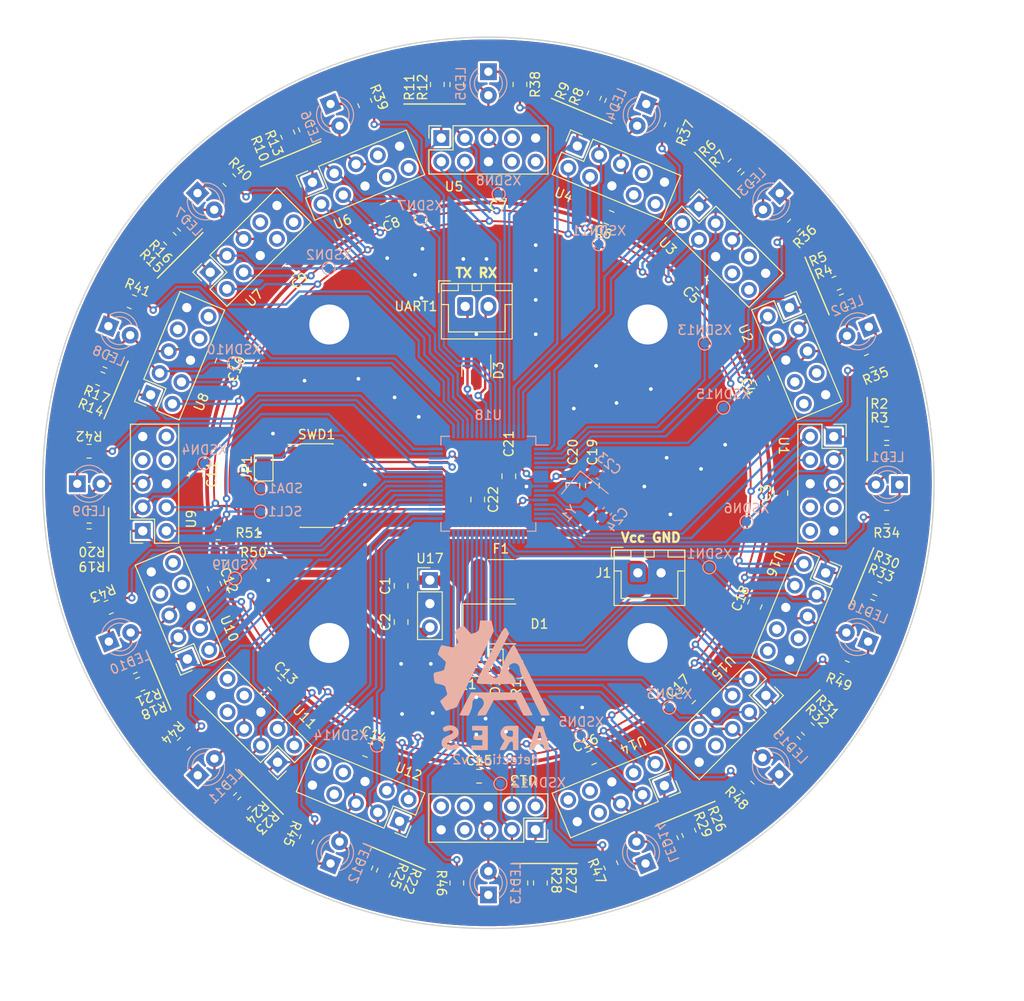
<source format=kicad_pcb>
(kicad_pcb (version 20211014) (generator pcbnew)
  (layers (0 "F.Cu" signal) (31 "B.Cu" signal) (34 "B.Paste" user) (35 "F.Paste" user) (36 "B.SilkS" user "B.Silkscreen") (37 "F.SilkS" user "F.Silkscreen") (38 "B.Mask" user) (39 "F.Mask" user) (44 "Edge.Cuts" user))
  (net 0 "")
  (net 1 "Net-(C1-Pad1)")
  (net 2 "GND")
  (net 3 "+3V3")
  (net 4 "Net-(C24-Pad1)")
  (net 5 "Net-(C23-Pad1)")
  (net 6 "Net-(D1-Pad1)")
  (net 7 "Net-(D2-Pad2)")
  (net 8 "Net-(F1-Pad2)")
  (net 9 "SWDIO")
  (net 10 "SWCLK")
  (net 11 "NRST")
  (net 12 "Net-(LED1-Pad1)")
  (net 13 "Net-(LED2-Pad1)")
  (net 14 "Net-(LED3-Pad1)")
  (net 15 "Net-(LED4-Pad1)")
  (net 16 "Net-(LED5-Pad1)")
  (net 17 "Net-(LED6-Pad1)")
  (net 18 "Net-(LED7-Pad1)")
  (net 19 "Net-(LED8-Pad1)")
  (net 20 "Net-(LED9-Pad1)")
  (net 21 "Net-(LED10-Pad1)")
  (net 22 "Net-(LED11-Pad1)")
  (net 23 "Net-(LED12-Pad1)")
  (net 24 "Net-(LED13-Pad1)")
  (net 25 "Net-(LED14-Pad1)")
  (net 26 "Net-(LED15-Pad1)")
  (net 27 "Net-(LED16-Pad1)")
  (net 28 "INT0")
  (net 29 "XSDN0")
  (net 30 "XSDN15")
  (net 31 "INT15")
  (net 32 "INT1")
  (net 33 "XSDN1")
  (net 34 "XSDN14")
  (net 35 "INT14")
  (net 36 "INT13")
  (net 37 "INT2")
  (net 38 "XSDN2")
  (net 39 "XSDN13")
  (net 40 "INT12")
  (net 41 "INT3")
  (net 42 "XSDN3")
  (net 43 "XSDN12")
  (net 44 "INT11")
  (net 45 "INT4")
  (net 46 "XSDN4")
  (net 47 "XSDN11")
  (net 48 "INT10")
  (net 49 "INT5")
  (net 50 "XSDN5")
  (net 51 "XSDN10")
  (net 52 "INT9")
  (net 53 "INT6")
  (net 54 "XSDN6")
  (net 55 "XSDN9")
  (net 56 "INT8")
  (net 57 "INT7")
  (net 58 "XSDN7")
  (net 59 "XSDN8")
  (net 60 "LED0")
  (net 61 "LED1")
  (net 62 "LED2")
  (net 63 "LED3")
  (net 64 "LED4")
  (net 65 "LED5")
  (net 66 "LED6")
  (net 67 "LED7")
  (net 68 "LED8")
  (net 69 "LED9")
  (net 70 "LED10")
  (net 71 "LED11")
  (net 72 "LED12")
  (net 73 "LED13")
  (net 74 "LED14")
  (net 75 "LED15")
  (net 76 "SCL")
  (net 77 "SDA")
  (net 95 "RX")
  (net 96 "TX")
  (net 99 "Net-(JP1-Pad2)")
  (footprint "Resistor_SMD:R_0805_2012Metric_Pad1.20x1.40mm_HandSolder" (layer "F.Cu") (at 144.5 59 90)
    (fp_text reference "R11")
    (fp_text value "10k")
  )
  (footprint "Capacitor_SMD:C_0805_2012Metric_Pad1.18x1.45mm_HandSolder" (layer "F.Cu") (at 126.966377 123.566377 -45)
    (fp_text reference "C13")
    (fp_text value "1u")
  )
  (footprint "Jumper:SolderJumper-2_P1.3mm_Open_TrianglePad1.0x1.5mm" (layer "F.Cu") (at 125.8 100.3 90)
    (fp_text reference "JP1")
    (fp_text value "SolderJumper_2_Open")
  )
  (footprint "Resistor_SMD:R_0805_2012Metric_Pad1.20x1.40mm_HandSolder" (layer "F.Cu") (at 117.2 74.1 135)
    (fp_text reference "R16")
    (fp_text value "10k")
  )
  (footprint "Capacitor_SMD:C_0805_2012Metric_Pad1.18x1.45mm_HandSolder" (layer "F.Cu") (at 161.2 102.2 -90)
    (fp_text reference "C19")
    (fp_text value "4.7u")
  )
  (footprint "Resistor_SMD:R_0805_2012Metric_Pad1.20x1.40mm_HandSolder" (layer "F.Cu") (at 184.4 128.4 -45)
    (fp_text reference "R31")
    (fp_text value "10k")
  )
  (footprint "Resistor_SMD:R_0805_2012Metric_Pad1.20x1.40mm_HandSolder" (layer "F.Cu") (at 163.2 143.1 112.5)
    (fp_text reference "R47")
    (fp_text value "3k")
  )
  (footprint "Connector_JST:JST_XH_B2B-XH-A_1x02_P2.50mm_Vertical" (layer "F.Cu") (at 166.1 111.6)
    (fp_text reference "J1")
    (fp_text value "BAT")
  )
  (footprint "Capacitor_SMD:C_0805_2012Metric_Pad1.18x1.45mm_HandSolder" (layer "F.Cu") (at 179.5 90.9 112.5)
    (fp_text reference "C4")
    (fp_text value "1u")
  )
  (footprint "Capacitor_SMD:C_0805_2012Metric_Pad1.18x1.45mm_HandSolder" (layer "F.Cu") (at 140.6 113 -90)
    (fp_text reference "C1")
    (fp_text value "22u")
  )
  (footprint "Resistor_SMD:R_0805_2012Metric_Pad1.20x1.40mm_HandSolder" (layer "F.Cu") (at 123.7 136.4 -135)
    (fp_text reference "R23")
    (fp_text value "10k")
  )
  (footprint "Resistor_SMD:R_0805_2012Metric_Pad1.20x1.40mm_HandSolder" (layer "F.Cu") (at 138.7 143.9 -112.5)
    (fp_text reference "R22")
    (fp_text value "10k")
  )
  (footprint "Resistor_SMD:R_0805_2012Metric_Pad1.20x1.40mm_HandSolder" (layer "F.Cu") (at 109.1 115.3 22.5)
    (fp_text reference "R43")
    (fp_text value "3k")
  )
  (footprint "Connector_PinHeader_2.54mm:PinHeader_2x05_P2.54mm_Vertical" (layer "F.Cu") (at 115.935828 93.37661 157.5)
    (fp_text reference "U8")
    (fp_text value "VL53L1X_module")
  )
  (footprint "Capacitor_SMD:C_0805_2012Metric_Pad1.18x1.45mm_HandSolder" (layer "F.Cu") (at 181.5 103 90)
    (fp_text reference "C3")
    (fp_text value "1u")
  )
  (footprint "Resistor_SMD:R_0805_2012Metric_Pad1.20x1.40mm_HandSolder" (layer "F.Cu") (at 130.3 63.6 112.5)
    (fp_text reference "R13")
    (fp_text value "10k")
  )
  (footprint "Resistor_SMD:R_0805_2012Metric_Pad1.20x1.40mm_HandSolder" (layer "F.Cu") (at 161.4 60.2 67.5)
    (fp_text reference "R9")
    (fp_text value "10k")
  )
  (footprint "Connector_PinHeader_2.54mm:PinHeader_2x05_P2.54mm_Vertical" (layer "F.Cu") (at 180.126129 83.980099 22.5)
    (fp_text reference "U2")
    (fp_text value "VL53L1X_module")
  )
  (footprint "Capacitor_SMD:C_0805_2012Metric_Pad1.18x1.45mm_HandSolder" (layer "F.Cu") (at 159.1 102.2 -90)
    (fp_text reference "C20")
    (fp_text value "100n")
  )
  (footprint "Resistor_SMD:R_0805_2012Metric_Pad1.20x1.40mm_HandSolder" (layer "F.Cu") (at 146.6 145 90)
    (fp_text reference "R46")
    (fp_text value "3k")
  )
  (footprint "Resistor_SMD:R_0805_2012Metric_Pad1.20x1.40mm_HandSolder" (layer "F.Cu") (at 153.5 145 -90)
    (fp_text reference "R28")
    (fp_text value "10k")
  )
  (footprint "MountingHole:MountingHole_4.3mm_M4_DIN965_Pad" (layer "F.Cu") (at 132.85 119.15)
    (fp_text reference "H4" hide)
    (fp_text value "MountingHole_Pad")
  )
  (footprint "Resistor_SMD:R_0805_2012Metric_Pad1.20x1.40mm_HandSolder" (layer "F.Cu") (at 177.9 69.1 45)
    (fp_text reference "R7")
    (fp_text value "10k")
  )
  (footprint "Connector_PinHeader_2.54mm:PinHeader_2x05_P2.54mm_Vertical" (layer "F.Cu") (at 170.909872 73.912995 45)
    (fp_text reference "U3")
    (fp_text value "VL53L1X_module")
  )
  (footprint "Connector_PinHeader_2.54mm:PinHeader_2x05_P2.54mm_Vertical" (layer "F.Cu") (at 158.62339 67.935828 67.5)
    (fp_text reference "U4")
    (fp_text value "VL53L1X_module")
  )
  (footprint "Capacitor_SMD:C_0805_2012Metric_Pad1.18x1.45mm_HandSolder" (layer "F.Cu") (at 120.5 113.0375 -67.5)
    (fp_text reference "C12")
    (fp_text value "1u")
  )
  (footprint "MountingHole:MountingHole_4.3mm_M4_DIN965_Pad" (layer "F.Cu") (at 167.15 119.15)
    (fp_text reference "H3" hide)
    (fp_text value "MountingHole_Pad")
  )
  (footprint "Resistor_SMD:R_0805_2012Metric_Pad1.20x1.40mm_HandSolder" (layer "F.Cu") (at 122.1 69.3 -45)
    (fp_text reference "R40")
    (fp_text value "3k")
  )
  (footprint "Capacitor_SMD:C_0805_2012Metric_Pad1.18x1.45mm_HandSolder" (layer "F.Cu") (at 178.7 115 67.5)
    (fp_text reference "C18")
    (fp_text value "1u")
  )
  (footprint "Resistor_SMD:R_0805_2012Metric_Pad1.20x1.40mm_HandSolder" (layer "F.Cu") (at 163.3 61 67.5)
    (fp_text reference "R8")
    (fp_text value "10k")
  )
  (footprint "Resistor_SMD:R_0805_2012Metric_Pad1.20x1.40mm_HandSolder" (layer "F.Cu") (at 155.6 145 -90)
    (fp_text reference "R27")
    (fp_text value "10k")
  )
  (footprint "Connector_PinHeader_2.54mm:PinHeader_2x05_P2.54mm_Vertical" (layer "F.Cu") (at 115.275 107.075 180)
    (fp_text reference "U9")
    (fp_text value "VL53L1X_module")
  )
  (footprint "Resistor_SMD:R_0805_2012Metric_Pad1.20x1.40mm_HandSolder" (layer "F.Cu") (at 122.2 134.9 -135)
    (fp_text reference "R24")
    (fp_text value "10k")
  )
  (footprint "Capacitor_SMD:C_0805_2012Metric_Pad1.18x1.45mm_HandSolder" (layer "F.Cu") (at 151.0625 70.5 180)
    (fp_text reference "C7")
    (fp_text value "1u")
  )
  (footprint "Capacitor_SMD:C_0805_2012Metric_Pad1.18x1.45mm_HandSolder" (layer "F.Cu") (at 140.6 116.9 90)
    (fp_text reference "C2")
    (fp_text value "10u")
  )
  (footprint "Capacitor_SMD:C_0805_2012Metric_Pad1.18x1.45mm_HandSolder" (layer "F.Cu") (at 173 80.4625 135)
    (fp_text reference "C5")
    (fp_text value "1u")
  )
  (footprint "Connector_PinHeader_2.54mm:PinHeader_2x05_P2.54mm_Vertical" (layer "F.Cu") (at 168 132.2 -67.5)
    (fp_text reference "U14")
    (fp_text value "VL53L1X_module")
  )
  (footprint "Package_TO_SOT_SMD:SOT-23" (layer "F.Cu") (at 147.75 121.2 180)
    (fp_text reference "Q1")
    (fp_text value "PMOS")
  )
  (footprint "Resistor_SMD:R_0805_2012Metric_Pad1.20x1.40mm_HandSolder" (layer "F.Cu") (at 153.4 59 -90)
    (fp_text reference "R38")
    (fp_text value "3k")
  )
  (footprint "Capacitor_SMD:C_0805_2012Metric_Pad1.18x1.45mm_HandSolder" (layer "F.Cu") (at 149 133.5)
    (fp_text reference "C15")
    (fp_text value "1u")
  )
  (footprint "Connector_PinHeader_2.54mm:PinHeader_2x05_P2.54mm_Vertical" (layer "F.Cu") (at 119.890686 119.921292 -157.5)
    (fp_text reference "U10")
    (fp_text value "VL53L1X_module")
  )
  (footprint "Resistor_SMD:R_0805_2012Metric_Pad1.20x1.40mm_HandSolder" (layer "F.Cu") (at 109 88.8 157.5)
    (fp_text reference "R17")
    (fp_text value "10k")
  )
  (footprint "Resistor_SMD:R_0805_2012Metric_Pad1.20x1.40mm_HandSolder" (layer "F.Cu") (at 177.9 134.7 135)
    (fp_text reference "R48")
    (fp_text value "3k")
  )
  (footprint "Resistor_SMD:R_0805_2012Metric_Pad1.20x1.40mm_HandSolder" (layer "F.Cu") (at 191.1 115.2 -22.5)
    (fp_text reference "R33")
    (fp_text value "10k")
  )
  (footprint "Resistor_SMD:R_0805_2012Metric_Pad1.20x1.40mm_HandSolder" (layer "F.Cu") (at 117.2 130 45)
    (fp_text reference "R44")
    (fp_text value "3k")
  )
  (footprint "Resistor_SMD:R_0805_2012Metric_Pad1.20x1.40mm_HandSolder" (layer "F.Cu") (at 182.9 74.192893 -135)
    (fp_text reference "R36")
    (fp_text value "3k")
  )
  (footprint "Package_TO_SOT_SMD:SOT-23" (layer "F.Cu") (at 148.7 89.8 -90)
    (fp_text reference "D3")
    (fp_text value "NUP2105L")
  )
  (footprint "Resistor_SMD:R_0805_2012Metric_Pad1.20x1.40mm_HandSolder" (layer "F.Cu") (at 146.6 59 90)
    (fp_text reference "R12")
    (fp_text value "10k")
  )
  (footprint "Capacitor_SMD:C_0805_2012Metric_Pad1.18x1.45mm_HandSolder" (layer "F.Cu") (at 137 130.7 -22.5)
    (fp_text reference "C14")
    (fp_text value "1u")
  )
  (footprint "Capacitor_SMD:C_0805_2012Metric_Pad1.18x1.45mm_HandSolder" (layer "F.Cu") (at 163 73.3375 157.5)
    (fp_text reference "C6")
    (fp_text value "1u")
  )
  (footprint "Resistor_SMD:R_0805_2012Metric" (layer "F.Cu") (at 121.5 109.5)
    (fp_text reference "R50")
    (fp_text value "2.2k")
  )
  (footprint "Resistor_SMD:R_0805_2012Metric_Pad1.20x1.40mm_HandSolder" (layer "F.Cu") (at 152.95 121.3 90)
    (fp_text reference "R1")
    (fp_text value "10k")
  )
  (footprint "Resistor_SMD:R_0805_2012Metric_Pad1.20x1.40mm_HandSolder" (layer "F.Cu") (at 176.5 67.7 45)
    (fp_text reference "R6")
    (fp_text value "10k")
  )
  (footprint "Resistor_SMD:R_0805_2012Metric_Pad1.20x1.40mm_HandSolder" (layer "F.Cu") (at 130.4 140.3 67.5)
    (fp_text reference "R45")
    (fp_text value "3k")
  )
  (footprint "Connector_PinHeader_1.27mm:PinHeader_2x07_P1.27mm_Vertical_SMD" (layer "F.Cu") (at 131.5 102.2)
    (fp_text reference "SWD1")
    (fp_text value "Conn_02x07_Odd_Even")
  )
  (footprint "Connector_PinHeader_2.54mm:PinHeader_2x05_P2.54mm_Vertical" (layer "F.Cu") (at 132.006692 71.844032 112.5)
    (fp_text reference "U6")
    (fp_text value "VL53L1X_module")
  )
  (footprint "Capacitor_SMD:C_0805_2012Metric_Pad1.18x1.45mm_HandSolder" (layer "F.Cu") (at 152.2 101.2 -90)
    (fp_text reference "C21")
    (fp_text value "100n")
  )
  (footprint "Capacitor_SMD:C_0805_2012Metric_Pad1.18x1.45mm_HandSolder" (layer "F.Cu") (at 128.5 79 -135)
    (fp_text reference "C9")
    (fp_text value "1u")
  )
  (footprint "Resistor_SMD:R_0805_2012Metric_Pad1.20x1.40mm_HandSolder" (layer "F.Cu") (at 188.37612 121.817317 157.5)
    (fp_text reference "R49")
    (fp_text value "3k")
  )
  (footprint "Diode_SMD:D_SMB" (layer "F.Cu") (at 150.8 117.1)
    (fp_text reference "D1")
    (fp_text value "SM6T24A")
  )
  (footprint "Resistor_SMD:R_0805_2012Metric_Pad1.20x1.40mm_HandSolder" (layer "F.Cu") (at 191 88.8 -157.5)
    (fp_text reference "R35")
    (fp_text value "3k")
  )
  (footprint "Connector_PinHeader_2.54mm:PinHeader_2x05_P2.54mm_Vertical" (layer "F.Cu") (at 144.925 67.275 90)
    (fp_text reference "U5")
    (fp_text value "VL53L1X_module")
  )
  (footprint "Diode_SMD:D_0603_1608Metric" (layer "F.Cu") (at 150.85 121.3 -90)
    (fp_text reference "D2")
    (fp_text value "10V")
  )
  (footprint "Resistor_SMD:R_0805_2012Metric_Pad1.20x1.40mm_HandSolder" (layer "F.Cu") (at 192.9 98.6)
    (fp_text reference "R3")
    (fp_text value "10k")
  )
  (footprint "Connector_PinHeader_2.54mm:PinHeader_2x05_P2.54mm_Vertical" (layer "F.Cu") (at 155.075 136.775 -90)
    (fp_text reference "U13")
    (fp_text value "VL53L1X_module")
  )
  (footprint "Connector_PinHeader_2.54mm:PinHeader_2x05_P2.54mm_Vertical" (layer "F.Cu") (at 129.063818 130.220387 -135)
    (fp_text reference "U11")
    (fp_text value "VL53L1X_module")
  )
  (footprint "Connector_JST:JST_XH_B2B-XH-A_1x02_P2.50mm_Vertical" (layer "F.Cu") (at 147.5 82.9)
    (fp_text reference "UART1")
    (fp_text value "Conn_01x02_Male")
  )
  (footprint "Resistor_SMD:R_0805_2012Metric_Pad1.20x1.40mm_HandSolder" (layer "F.Cu") (at 182.9 129.9 -45)
    (fp_text reference "R32")
    (fp_text value "10k")
  )
  (footprint "Resistor_SMD:R_0805_2012Metric_Pad1.20x1.40mm_HandSolder" (layer "F.Cu") (at 107 105.5 180)
    (fp_text reference "R20")
    (fp_text value "10k")
  )
  (footprint "Capacitor_SMD:C_0805_2012Metric_Pad1.18x1.45mm_HandSolder" (layer "F.Cu") (at 121.3375 89 -112.5)
    (fp_text reference "C10")
    (fp_text value "1u")
  )
  (footprint "MountingHole:MountingHole_4.3mm_M4_DIN965_Pad" (layer "F.Cu") (at 132.86 84.85)
    (fp_text reference "H1" hide)
    (fp_text value "MountingHole_Pad")
  )
  (footprint "Resistor_SMD:R_0805_2012Metric_Pad1.20x1.40mm_HandSolder" (layer "F.Cu") (at 171.6 139.6 -67.5)
    (fp_text reference "R26")
    (fp_text value "10k")
  )
  (footprint "Resistor_SMD:R_0805_2012Metric_Pad1.20x1.40mm_HandSolder" (layer "F.Cu") (at 192.9 105.6)
    (fp_text reference "R34")
    (fp_text value "3k")
  )
  (footprint "Capacitor_SMD:C_0805_2012Metric_Pad1.18x1.45mm_HandSolder" (layer "F.Cu") (at 118.5 101 -90)
    (fp_text reference "C11")
    (fp_text value "1u")
  )
  (footprint "Connector_PinHeader_2.54mm:PinHeader_1x03_P2.54mm_Vertical" (layer "F.Cu") (at 143.7 112.375)
    (fp_text reference "U17")
    (fp_text value "Buck_3.3V")
  )
  (footprint "Resistor_SMD:R_0805_2012Metric_Pad1.20x1.40mm_HandSolder" (layer "F.Cu") (at 115.7 75.6 135)
    (fp_text reference "R15")
    (fp_text value "10k")
  )
  (footprint "Resistor_SMD:R_0805_2012Metric_Pad1.20x1.40mm_HandSolder" (layer "F.Cu") (at 136.7 61 -67.5)
    (fp_text reference "R39")
    (fp_text value "3k")
  )
  (footprint "Deimos:polyswitch" (layer "F.Cu") (at 151.35 112.3)
    (fp_text reference "F1")
    (fp_text value "polyfuse")
  )
  (footprint "Capacitor_SMD:C_0805_2012Metric_Pad1.18x1.45mm_HandSolder" (layer "F.Cu") (at 138.9 72.5375 -157.5)
    (fp_text reference "C8")
    (fp_text value "1u")
  )
  (footprint "Resistor_SMD:R_0805_2012Metric_Pad1.20x1.40mm_HandSolder" (layer "F.Cu") (at 188.3 82.3 22.5)
    (fp_text reference "R4")
    (fp_text value "10k")
  )
  (footprint "Resistor_SMD:R_0805_2012Metric_Pad1.20x1.40mm_HandSolder" (layer "F.Cu") (at 187.5 80.4 22.5)
    (fp_text reference "R5")
    (fp_text value "10k")
  )
  (footprint "Connector_PinHeader_2.54mm:PinHeader_2x05_P2.54mm_Vertical" (layer "F.Cu") (at 121.812995 80.990129 135)
    (fp_text reference "U7")
    (fp_text value "VL53L1X_module")
  )
  (footprint "Resistor_SMD:R_0805_2012Metric_Pad1.20x1.40mm_HandSolder" (layer "F.Cu") (at 191.9 113.3 -22.5)
    (fp_text reference "R30")
    (fp_text value "10k")
  )
  (footprint "Resistor_SMD:R_0805_2012Metric_Pad1.20x1.40mm_HandSolder" (layer "F.Cu") (at 169.7 63.6 -112.5)
    (fp_text reference "R37")
    (fp_text value "3k")
  )
  (footprint "Resistor_SMD:R_0805_2012Metric_Pad1.20x1.40mm_HandSolder" (layer "F.Cu") (at 107 107.6 180)
    (fp_text reference "R19")
    (fp_text value "10k")
  )
  (footprint "Connector_PinHeader_2.54mm:PinHeader_2x05_P2.54mm_Vertical" (layer "F.Cu") (at 141.393308 136.044032 -112.5)
    (fp_text reference "U12")
    (fp_text value "VL53L1X_module")
  )
  (footprint "Connector_PinHeader_2.54mm:PinHeader_2x05_P2.54mm_Vertical" (layer "F.Cu") (at 178.120387 123.036182 -45)
    (fp_text reference "U15")
    (fp_text value "VL53L1X_module")
  )
  (footprint "Resistor_SMD:R_0805_2012Metric_Pad1.20x1.40mm_HandSolder" (layer "F.Cu") (at 107 98.5)
    (fp_text reference "R42")
    (fp_text value "3k")
  )
  (footprint "Connector_PinHeader_2.54mm:PinHeader_2x05_P2.54mm_Vertical" (layer "F.Cu") (at 184.010366 110.642525 -22.5)
    (fp_text reference "U16")
    (fp_text value "VL53L1X_module")
  )
  (footprint "Capacitor_SMD:C_0805_2012Metric_Pad1.18x1.45mm_HandSolder" (layer "F.Cu") (at 161.1 131.5 22.5)
    (fp_text reference "C16")
    (fp_text value "1u")
  )
  (footprint "Resistor_SMD:R_0805_2012Metric_Pad1.20x1.40mm_HandSolder" (layer "F.Cu") (at 111.6 82.4 -22.5)
    (fp_text reference "R41")
    (fp_text value "3k")
  )
  (footprint "Resistor_SMD:R_0805_2012Metric_Pad1.20x1.40mm_HandSolder" (layer "F.Cu") (at 192.9 96.6)
    (fp_text reference "R2")
    (fp_text value "10k")
  )
  (footprint "Capacitor_SMD:C_0805_2012Metric_Pad1.18x1.45mm_HandSolder" (layer "F.Cu") (at 148.85 103.7 -90)
    (fp_text reference "C22")
    (fp_text value "100n")
  )
  (footprint "Resistor_SMD:R_0805_2012Metric_Pad1.20x1.40mm_HandSolder" (layer "F.Cu") (at 136.8 143.1 -112.5)
    (fp_text reference "R25")
    (fp_text value "10k")
  )
  (footprint "Connector_PinHeader_2.54mm:PinHeader_2x05_P2.54mm_Vertical" (layer "F.Cu") (at 184.7 96.92)
    (fp_text reference "U1")
    (fp_text value "VL53L1X_module")
  )
  (footprint "Resistor_SMD:R_0805_2012Metric_Pad1.20x1.40mm_HandSolder" (layer "F.Cu") (at 108.2 90.7 157.5)
    (fp_text reference "R14")
    (fp_text value "10k")
  )
  (footprint "Capacitor_SMD:C_0805_2012Metric_Pad1.18x1.45mm_HandSolder" (layer "F.Cu") (at 171.6 125 45)
    (fp_text reference "C17")
    (fp_text value "1u")
  )
  (footprint "Resistor_SMD:R_0805_2012Metric_Pad1.20x1.40mm_HandSolder" (layer "F.Cu") (at 128.4 64.4 112.5)
    (fp_text reference "R10")
    (fp_text value "10k")
  )
  (footprint "Resistor_SMD:R_0805_2012Metric_Pad1.20x1.40mm_HandSolder" (layer "F.Cu") (at 111.7 121.7 -157.5)
    (fp_text reference "R21")
    (fp_text value "10k")
  )
  (footprint "Resistor_SMD:R_0805_2012Metric" (layer "F.Cu") (at 120.9 107.3 180)
    (fp_text reference "R51")
    (fp_text value "2.2k")
  )
  (footprint "MountingHole:MountingHole_4.3mm_M4_DIN965_Pad" (layer "F.Cu") (at 167.15 84.85)
    (fp_text reference "H2" hide)
    (fp_text value "MountingHole_Pad")
  )
  (footprint "Resistor_SMD:R_0805_2012Metric_Pad1.20x1.40mm_HandSolder" (layer "F.Cu") (at 112.5 123.6 -157.5)
    (fp_text reference "R18")
    (fp_text value "10k")
  )
  (footprint "Resistor_SMD:R_0805_2012Metric_Pad1.20x1.40mm_HandSolder" (layer "F.Cu") (at 169.7 140.4 -67.5)
    (fp_text reference "R29")
    (fp_text value "10k")
  )
  (footprint "LED_THT:LED_D3.0mm" (layer "B.Cu") (at 118.7 133.4 45)
    (fp_text reference "LED11")
    (fp_text value "LED")
  )
  (footprint "TestPoint:TestPoint_Pad_D1.0mm" (layer "B.Cu") (at 125.5 102.5 180)
    (fp_text reference "SDA1")
    (fp_text value "TestPoint")
  )
  (footprint "LED_THT:LED_D3.0mm" (layer "B.Cu") (at 150 146.275 90)
    (fp_text reference "LED13")
    (fp_text value "LED")
  )
  (footprint "TestPoint:TestPoint_Pad_D1.0mm" (layer "B.Cu") (at 132.8 78.8 180)
    (fp_text reference "XSDN2")
    (fp_text value "TestPoint")
  )
  (footprint "Capacitor_SMD:C_0603_1608Metric_Pad1.08x0.95mm_HandSolder" (layer "B.Cu") (at 162.05 101.05 -39)
    (fp_text reference "C23")
    (fp_text value "20p")
  )
  (footprint "LED_THT:LED_D3.0mm" (layer "B.Cu") (at 150 57.625 -90)
    (fp_text reference "LED5")
    (fp_text value "LED")
  )
  (footprint "TestPoint:TestPoint_Pad_D1.0mm" (layer "B.Cu") (at 122.6 89 180)
    (fp_text reference "XSDN10")
    (fp_text value "TestPoint")
  )
  (footprint "LED_THT:LED_D3.0mm" (layer "B.Cu") (at 194.275 102.1 180)
    (fp_text reference "LED1")
    (fp_text value "LED")
  )
  (footprint "LED_THT:LED_D3.0mm" (layer "B.Cu") (at 109.075 85.027984 -22.5)
    (fp_text reference "LED8")
    (fp_text value "LED")
  )
  (footprint "TestPoint:TestPoint_Pad_D1.0mm" (layer "B.Cu") (at 169.5 126.1 180)
    (fp_text reference "XSDN3")
    (fp_text value "TestPoint")
  )
  (footprint "TestPoint:TestPoint_Pad_D1.0mm" (layer "B.Cu") (at 151.3 134.3 180)
    (fp_text reference "XSDN12")
    (fp_text value "TestPoint")
  )
  (footprint "LED_THT:LED_D3.0mm" (layer "B.Cu") (at 166.925 142.9 112.5)
    (fp_text reference "LED14")
    (fp_text value "LED")
  )
  (footprint "TestPoint:TestPoint_Pad_D1.0mm" (layer "B.Cu") (at 142.7 73.5 180)
    (fp_text reference "XSDN7")
    (fp_text value "TestPoint")
  )
  (footprint "LED_THT:LED_D3.0mm" (layer "B.Cu") (at 118.675 70.698439 -45)
    (fp_text reference "LED7")
    (fp_text value "LED")
  )
  (footprint "LED_THT:LED_D3.0mm" (layer "B.Cu") (at 190.9 119 157.5)
    (fp_text reference "LED16")
    (fp_text value "LED")
  )
  (footprint "TestPoint:TestPoint_Pad_D1.0mm" (layer "B.Cu") (at 161.9 76.2 180)
    (fp_text reference "XSDN11")
    (fp_text value "TestPoint")
  )
  (footprint "Crystal:Crystal_SMD_EuroQuartz_MT-4Pin_3.2x2.5mm" (layer "B.Cu") (at 160.4 103.1 -39)
    (fp_text reference "Y1")
    (fp_text value "16MHz")
  )
  (footprint "LED_THT:LED_D3.0mm" (layer "B.Cu") (at 181.375 70.7 -135)
    (fp_text reference "LED3")
    (fp_text value "LED")
  )
  (footprint "LED_THT:LED_D3.0mm" (layer "B.Cu") (at 133 61.1 -67.5)
    (fp_text reference "LED6")
    (fp_text value "LED")
  )
  (footprint "Package_QFP:LQFP-64_10x10mm_P0.5mm" (layer "B.Cu") (at 150 102 180)
    (fp_text reference "U18")
    (fp_text value "STM32G070")
  )
  (footprint "TestPoint:TestPoint_Pad_D1.0mm" (layer "B.Cu") (at 173.3 86.9 180)
    (fp_text reference "XSDN13")
    (fp_text value "TestPoint")
  )
  (footprint "TestPoint:TestPoint_Pad_D1.0mm" (layer "B.Cu") (at 175.3 93.8 180)
    (fp_text reference "XSDN15")
    (fp_text value "TestPoint")
  )
  (footprint "LED_THT:LED_D3.0mm" (layer "B.Cu") (at 190.975 85.1 -157.5)
    (fp_text reference "LED2")
    (fp_text value "LED")
  )
  (footprint "TestPoint:TestPoint_Pad_D1.0mm" (layer "B.Cu") (at 122.7 112.2 180)
    (fp_text reference "XSDN9")
    (fp_text value "TestPoint")
  )
  (footprint "TestPoint:TestPoint_Pad_D1.0mm" (layer "B.Cu") (at 138 130.2 180)
    (fp_text reference "XSDN14")
    (fp_text value "TestPoint")
  )
  (footprint "LED_THT:LED_D3.0mm" (layer "B.Cu") (at 133 142.9 67.5)
    (fp_text reference "LED12")
    (fp_text value "LED")
  )
  (footprint "TestPoint:TestPoint_Pad_D1.0mm" (layer "B.Cu") (at 177.8 106.1 180)
    (fp_text reference "XSDN6")
    (fp_text value "TestPoint")
  )
  (footprint "LED_THT:LED_D3.0mm" (layer "B.Cu") (at 167 61.1 -112.5)
    (fp_text reference "LED4")
    (fp_text value "LED")
  )
  (footprint "LED_THT:LED_D3.0mm" (layer "B.Cu") (at 105.725 102)
    (fp_text reference "LED9")
    (fp_text value "LED")
  )
  (footprint "TestPoint:TestPoint_Pad_D1.0mm" (layer "B.Cu") (at 173.8 111 180)
    (fp_text reference "XSDN1")
    (fp_text value "TestPoint")
  )
  (footprint "TestPoint:TestPoint_Pad_D1.0mm" (layer "B.Cu") (at 160 129.1 180)
    (fp_text reference "XSDN5")
    (fp_text value "TestPoint")
  )
  (footprint "Deimos:ares_logo" (layer "B.Cu") (at 150.7 124.6 180)
    (fp_text reference "G***" hide)
    (fp_text value "LOGO" hide)
  )
  (footprint "LED_THT:LED_D3.0mm" (layer "B.Cu") (at 109.125 119 22.5)
    (fp_text reference "LED10")
    (fp_text value "LED")
  )
  (footprint "TestPoint:TestPoint_Pad_D1.0mm" (layer "B.Cu") (at 151.1 70.8 180)
    (fp_text reference "XSDN8")
    (fp_text value "TestPoint")
  )
  (footprint "TestPoint:TestPoint_Pad_D1.0mm" (layer "B.Cu") (at 125.5 105 180)
    (fp_text reference "SCL1")
    (fp_text value "TestPoint")
  )
  (footprint "LED_THT:LED_D3.0mm" (layer "B.Cu") (at 181.325 133.296051 135)
    (fp_text reference "LED15")
    (fp_text value "LED")
  )
  (footprint "TestPoint:TestPoint_Pad_D1.0mm" (layer "B.Cu") (at 119.4 99.8 180)
    (fp_text reference "XSDN4")
    (fp_text value "TestPoint")
  )
  (footprint "Capacitor_SMD:C_0603_1608Metric_Pad1.08x0.95mm_HandSolder" (layer "B.Cu") (at 162.8 104.95 51)
    (fp_text reference "C24")
    (fp_text value "20p")
  )
  (gr_line (start 136.8 140.85) (end 143.2 143.55) (layer "F.SilkS") (width 0.15))
  (gr_line (start 186.7 83.8) (end 184.1 77.6) (layer "F.SilkS") (width 0.15))
  (gr_line (start 131.95 65.15) (end 125.45 67.85) (layer "F.SilkS") (width 0.15))
  (gr_line (start 190.8 99.5) (end 190.8 92.7) (layer "F.SilkS") (width 0.15))
  (gr_line (start 111.2 88.8) (end 108.6 95) (layer "F.SilkS") (width 0.15))
  (gr_line (start 123.1 132.8) (end 127.9 137.6) (layer "F.SilkS") (width 0.15))
  (gr_line (start 119.25 74.95) (end 114.35 79.85) (layer "F.SilkS") (width 0.15))
  (gr_line (start 147.5 61.1) (end 140.9 61.1) (layer "F.SilkS") (width 0.15))
  (gr_line (start 177.1 71.2) (end 172.2 66.3) (layer "F.SilkS") (width 0.15))
  (gr_line (start 180.9 129) (end 185.7 124.2) (layer "F.SilkS") (width 0.15))
  (gr_line (start 113.2 120.1) (end 115.8 126.3) (layer "F.SilkS") (width 0.15))
  (gr_line (start 168.1 138.8) (end 174.4 136.2) (layer "F.SilkS") (width 0.15))
  (gr_line (start 152.6 142.9) (end 159.6 142.9) (layer "F.SilkS") (width 0.15))
  (gr_line (start 163.3 63.2) (end 156.8 60.5) (layer "F.SilkS") (width 0.15))
  (gr_line (start 109.1 104.6) (end 109.1 111.4) (layer "F.SilkS") (width 0.15))
  (gr_line (start 188.9 115.2) (end 191.5 108.9) (layer "F.SilkS") (width 0.15))
  (gr_circle (center 150 101.9) (end 198 101.9) (layer "Edge.Cuts") (width 0.15) (fill none))
  (gr_text "detection v2" (at 150.8 131.7) (layer "B.SilkS") (effects (font (size 1 1)) (justify mirror)))
  (gr_text "TX RX" (at 148.7 79.3) (layer "F.SilkS") (effects (font (size 1 1) (thickness 0.25))))
  (gr_text "Vcc GND" (at 167.5 107.8) (layer "F.SilkS") (effects (font (size 1 1) (thickness 0.25))))
  (segment (start 141.9375 111.9625) (end 140.6 111.9625) (width 1) (layer "F.Cu") (net 1))
  (segment (start 146.8125 121.2) (end 150.1625 121.2) (width 0.25) (layer "F.Cu") (net 1))
  (segment (start 145.8 113.4) (end 144.775 112.375) (width 1) (layer "F.Cu") (net 1))
  (segment (start 145.8 120.1875) (end 146.8125 121.2) (width 1) (layer "F.Cu") (net 1))
  (segment (start 145.8 113.4) (end 145.8 120.1875) (width 1) (layer "F.Cu") (net 1))
  (segment (start 142.35 112.375) (end 141.9375 111.9625) (width 1) (layer "F.Cu") (net 1))
  (segment (start 143.7 112.375) (end 142.35 112.375) (width 1) (layer "F.Cu") (net 1))
  (segment (start 150.1625 121.2) (end 150.85 120.5125) (width 0.25) (layer "F.Cu") (net 1))
  (segment (start 144.775 112.375) (end 143.7 112.375) (width 1) (layer "F.Cu") (net 1))
  (segment (start 154.1 102.3) (end 158.1625 102.3) (width 0.25) (layer "F.Cu") (net 2))
  (segment (start 161.2 103.2375) (end 159.1 103.2375) (width 0.25) (layer "F.Cu") (net 2))
  (segment (start 158.1625 102.3) (end 159.1 103.2375) (width 0.25) (layer "F.Cu") (net 2))
  (segment (start 154.0375 102.2375) (end 154.1 102.3) (width 0.25) (layer "F.Cu") (net 2))
  (segment (start 152.2 102.2375) (end 154.0375 102.2375) (width 0.25) (layer "F.Cu") (net 2))
  (via (at 172.9 100.4) (size 0.8) (drill 0.4) (layers "F.Cu" "B.Cu") (net 2))
  (via (at 139.9 92.7) (size 0.8) (drill 0.4) (layers "F.Cu" "B.Cu") (net 2))
  (via (at 130.2 90.9) (size 0.8) (drill 0.4) (layers "F.Cu" "B.Cu") (net 2))
  (via (at 148.7 85.9) (size 0.8) (drill 0.4) (layers "F.Cu" "B.Cu") (net 2))
  (via (at 125.4 107.3) (size 0.8) (drill 0.4) (layers "F.Cu" "B.Cu") (net 2))
  (via (at 175.5 97.8) (size 0.8) (drill 0.4) (layers "F.Cu" "B.Cu") (net 2))
  (via (at 142.1 79.5) (size 0.8) (drill 0.4) (layers "F.Cu" "B.Cu") (net 2))
  (via (at 140.7 126.8) (size 0.8) (drill 0.4) (layers "F.Cu" "B.Cu") (net 2))
  (via (at 154.1 102.3) (size 0.8) (drill 0.4) (layers "F.Cu" "B.Cu") (net 2))
  (via (at 126.8 96.6) (size 0.8) (drill 0.4) (layers "F.Cu" "B.Cu") (net 2))
  (via (at 169.2 99.2) (size 0.8) (drill 0.4) (layers "F.Cu" "B.Cu") (net 2))
  (via (at 148.7 125) (size 0.8) (drill 0.4) (layers "F.Cu" "B.Cu") (net 2))
  (via (at 136 90.7) (size 0.8) (drill 0.4) (layers "F.Cu" "B.Cu") (net 2))
  (via (at 147.3 77.8) (size 0.8) (drill 0.4) (layers "F.Cu" "B.Cu") (net 2))
  (via (at 148.7 129) (size 0.8) (drill 0.4) (layers "F.Cu" "B.Cu") (net 2))
  (via (at 144 126.7) (size 0.8) (drill 0.4) (layers "F.Cu" "B.Cu") (net 2))
  (via (at 139.1 77.7) (size 0.8) (drill 0.4) (layers "F.Cu" "B.Cu") (net 2))
  (via (at 163.8 93.3) (size 0.8) (drill 0.4) (layers "F.Cu" "B.Cu") (net 2))
  (via (at 143.8 121.4) (size 0.8) (drill 0.4) (layers "F.Cu" "B.Cu") (net 2))
  (via (at 142.8 82) (size 0.8) (drill 0.4) (layers "F.Cu" "B.Cu") (net 2))
  (via (at 155.1 82.2) (size 0.8) (drill 0.4) (layers "F.Cu" "B.Cu") (net 2))
  (via (at 126.3 112.4) (size 0.8) (drill 0.4) (layers "F.Cu" "B.Cu") (net 2))
  (via (at 166.8 102.3) (size 0.8) (drill 0.4) (layers "F.Cu" "B.Cu") (net 2))
  (via (at 151.9 128.7) (size 0.8) (drill 0.4) (layers "F.Cu" "B.Cu") (net 2))
  (via (at 155.1 79) (size 0.8) (drill 0.4) (layers "F.Cu" "B.Cu") (net 2))
  (via (at 155.1 76.3) (size 0.8) (drill 0.4) (layers "F.Cu" "B.Cu") (net 2))
  (via (at 149.8 77.8) (size 0.8) (drill 0.4) (layers "F.Cu" "B.Cu") (net 2))
  (via (at 149.7 127.3) (size 0.8) (drill 0.4) (layers "F.Cu" "B.Cu") (net 2))
  (via (at 142.5 94.8) (size 0.8) (drill 0.4) (layers "F.Cu" "B.Cu") (net 2))
  (via (at 169.6 105.3) (size 0.8) (drill 0.4) (layers "F.Cu" "B.Cu") (net 2))
  (via (at 140.6 121.4) (size 0.8) (drill 0.4) (layers "F.Cu" "B.Cu") (net 2))
  (via (at 142.9 76.7) (size 0.8) (drill 0.4) (layers "F.Cu" "B.Cu") (net 2))
  (via (at 167.5 91.8) (size 0.8) (drill 0.4) (layers "F.Cu" "B.Cu") (net 2))
  (via (at 155.1 85.9) (size 0.8) (drill 0.4) (layers "F.Cu" "B.Cu") (net 2))
  (via (at 161.6 89.3) (size 0.8) (drill 0.4) (layers "F.Cu" "B.Cu") (net 2))
  (via (at 159.2 93.9) (size 0.8) (drill 0.4) (layers "F.Cu" "B.Cu") (net 2))
  (via (at 136.7 102.1) (size 0.8) (drill 0.4) (layers "F.Cu" "B.Cu") (net 2))
  (via (at 155.9 127.4) (size 0.8) (drill 0.4) (layers "F.Cu" "B.Cu") (net 2))
  (via (at 160.1 126.1) (size 0.8) (drill 0.4) (layers "F.Cu" "B.Cu") (net 2))
  (segment (start 161.821249 103.092821) (end 161.821249 102.73796) (width 0.25) (layer "B.Cu") (net 2))
  (segment (start 154.15 102.25) (end 154.1 102.3) (width 0.25) (layer "B.Cu") (net 2))
  (segment (start 161.806891 103.107179) (end 161.821249 103.092821) (width 0.25) (layer "B.Cu") (net 2))
  (segment (start 162.720288 101.592789) (end 162.720288 102.193782) (width 0.25) (layer "B.Cu") (net 2))
  (segment (start 155.675 102.25) (end 154.15 102.25) (width 0.25) (layer "B.Cu") (net 2))
  (segment (start 158.978751 103.107179) (end 161.806891 103.107179) (width 0.25) (layer "B.Cu") (net 2))
  (segment (start 162.720288 102.193782) (end 161.821249 103.092821) (width 0.25) (layer "B.Cu") (net 2))
  (segment (start 163.028428 104.3) (end 161.821249 103.092821) (width 0.25) (layer "B.Cu") (net 2))
  (segment (start 163.7 104.3) (end 163.028428 104.3) (width 0.25) (layer "B.Cu") (net 2))
  (segment (start 186.111475 118.027984) (end 184.376033 116.292542) (width 0.25) (layer "F.Cu") (net 3))
  (segment (start 117.6425 100.82) (end 118.5 99.9625) (width 0.25) (layer "F.Cu") (net 3))
  (segment (start 150 60.165) (end 150 64.77) (width 0.25) (layer "F.Cu") (net 3))
  (segment (start 174.36565 128.396051) (end 171.703222 125.733623) (width 0.25) (layer "F.Cu") (net 3))
  (segment (start 188.42388 81.117317) (end 189.22388 81.917317) (width 0.25) (layer "F.Cu") (net 3))
  (segment (start 179.578949 72.496051) (end 176.33767 75.73733) (width 0.25) (layer "F.Cu") (net 3))
  (segment (start 151.37 69.77) (end 151.37 66.14) (width 0.25) (layer "F.Cu") (net 3))
  (segment (start 136.417317 144.02388) (end 136.417317 142.998647) (width 0.25) (layer "F.Cu") (net 3))
  (segment (start 139.858525 71.458525) (end 139.858525 72.140466) (width 0.25) (layer "F.Cu") (net 3))
  (segment (start 165.952984 140.553346) (end 165.952984 138.143314) (width 0.25) (layer "F.Cu") (net 3))
  (segment (start 107.27612 89.217317) (end 108.07612 88.417317) (width 0.25) (layer "F.Cu") (net 3))
  (segment (start 152.1 70.6) (end 152.1 71.7) (width 0.25) (layer "F.Cu") (net 3))
  (segment (start 121.976009 88) (end 123.1 88) (width 0.25) (layer "F.Cu") (net 3))
  (segment (start 134.4625 113.9625) (end 138.5 118) (width 0.8) (layer "F.Cu") (net 3))
  (segment (start 120.102966 112.078975) (end 120.102966 109.984534) (width 0.25) (layer "F.Cu") (net 3))
  (segment (start 140.6625 118) (end 140.6 117.9375) (width 1) (layer "F.Cu") (net 3))
  (segment (start 182.714214 131.5) (end 185.107107 129.107107) (width 0.25) (layer "F.Cu") (net 3))
  (segment (start 185.835 103.365) (end 187.2 102) (width 0.25) (layer "F.Cu") (net 3))
  (segment (start 163.8 73.876009) (end 163.8 75) (width 0.25) (layer "F.Cu") (net 3))
  (segment (start 115.570161 87.726593) (end 115.773145 87.523609) (width 0.25) (layer "F.Cu") (net 3))
  (segment (start 184.173049 116.495526) (end 184.376033 116.292542) (width 0.25) (layer "F.Cu") (net 3))
  (segment (start 176.33767 75.73733) (end 176.269741 75.73733) (width 0.25) (layer "F.Cu") (net 3))
  (segment (start 179.578949 69.364735) (end 179.578949 72.496051) (width 0.25) (layer "F.Cu") (net 3))
  (segment (start 153.3625 100.1625) (end 152.2 100.1625) (width 0.25) (layer "F.Cu") (net 3))
  (segment (start 193.9 99.935) (end 193.9 96.6) (width 0.25) (layer "F.Cu") (net 3))
  (segment (start 139.858525 72.258525) (end 140.7 73.1) (width 0.25) (layer "F.Cu") (net 3))
  (segment (start 178.302966 115.958525) (end 181.005677 115.958525) (width 0.25) (layer "F.Cu") (net 3))
  (segment (start 171.182683 141.32388) (end 171.982683 140.52388) (width 0.25) (layer "F.Cu") (net 3))
  (segment (start 171.703222 125.733623) (end 170.866377 125.733623) (width 0.25) (layer "F.Cu") (net 3))
  (segment (start 112.775 101.995) (end 113.95 100.82) (width 0.25) (layer "F.Cu") (net 3))
  (segment (start 140.5375 118) (end 140.6 117.9375) (width 0.4) (layer "F.Cu") (net 3))
  (segment (start 164.263401 136.453731) (end 163.976338 136.453731) (width 0.25) (layer "F.Cu") (net 3))
  (segment (start 137.886961 69.486961) (end 139.858525 71.458525) (width 0.25) (layer "F.Cu") (net 3))
  (segment (start 120.496051 131.603949) (end 120.496051 134.610265) (width 0.25) (layer "F.Cu") (net 3))
  (segment (start 164.7 67.996754) (end 164.273407 67.570161) (width 0.25) (layer "F.Cu") (net 3))
  (segment (start 126.3 101.525) (end 125.8 101.025) (width 0.2) (layer "F.Cu") (net 3))
  (segment (start 143.1 118) (end 140.6625 118) (width 1) (layer "F.Cu") (net 3))
  (segment (start 136.417317 144.02388) (end 137.517317 144.02388) (width 0.25) (layer "F.Cu") (net 3))
  (segment (start 135.743291 136.409699) (end 135.540307 136.206715) (width 0.25) (layer "F.Cu") (net 3))
  (segment (start 139.858525 72.140466) (end 139.858525 72.158525) (width 0.25) (layer "F.Cu") (net 3))
  (segment (start 181.542678 116.495526) (end 184.173049 116.495526) (width 0.25) (layer "F.Cu") (net 3))
  (segment (start 111.471654 118.027984) (end 113.793664 118.027984) (width 0.25) (layer "F.Cu") (net 3))
  (segment (start 106 104.265) (end 106 107.6) (width 0.25) (layer "F.Cu") (net 3))
  (segment (start 107.27612 90.317317) (end 107.27612 89.217317) (width 0.25) (layer "F.Cu") (net 3))
  (segment (start 153.5 146) (end 152.265 146) (width 0.25) (layer "F.Cu") (net 3))
  (segment (start 115.570161 87.726593) (end 113.148247 87.726593) (width 0.25) (layer "F.Cu") (net 3))
  (segment (start 164.7 70.179907) (end 164.7 67.996754) (width 0.25) (layer "F.Cu") (net 3))
  (segment (start 111.57612 122.882683) (end 110.77612 122.082683) (width 0.25) (layer "F.Cu") (net 3))
  (segment (start 163.2 102.3) (end 163.2 103.9) (width 0.8) (layer "F.Cu") (net 3))
  (segment (start 179.528949 131.5) (end 176.425 128.396051) (width 0.25) (layer "F.Cu") (net 3))
  (segment (start 178.258525 115.958525) (end 177.4 115.1) (width 0.25) (layer "F.Cu") (net 3))
  (segment (start 123.63733 75.63026) (end 120.50156 72.49449) (width 0.25) (layer "F.Cu") (net 3))
  (segment (start 161.2 101.1625) (end 162.0625 101.1625) (width 0.25) (layer "F.Cu") (net 3))
  (segment (start 129.266377 78.466377) (end 130 79.2) (width 0.25) (layer "F.Cu") (net 3))
  (segment (start 134.58125 111.68125) (end 134.4625 111.8) (width 0.4) (layer "F.Cu") (net 3))
  (segment (start 118.523609 87.523609) (end 119.041475 88.041475) (width 0.25) (layer "F.Cu") (net 3))
  (segment (start 165.952984 138.143314) (end 164.263401 136.453731) (width 0.25) (layer "F.Cu") (net 3))
  (segment (start 191.735 102.1) (end 193.9 99.935) (width 0.25) (layer "F.Cu") (net 3))
  (segment (start 134.4625 111.8) (end 134.4625 113.9625) (width 0.8) (layer "F.Cu") (net 3))
  (segment (start 138.5 118) (end 140.5375 118) (width 0.8) (layer "F.Cu") (net 3))
  (segment (start 163.976338 136.453731) (end 162 134.477393) (width 0.25) (layer "F.Cu") (net 3))
  (segment (start 133.972016 140.553346) (end 133.972016 138.180974) (width 0.25) (layer "F.Cu") (net 3))
  (segment (start 113.148247 87.726593) (end 111.421654 86) (width 0.25) (layer "F.Cu") (net 3))
  (segment (start 179.738509 91.9) (end 178.6 91.9) (width 0.25) (layer "F.Cu") (net 3))
  (segment (start 114.992893 74.892893) (end 117.391296 72.49449) (width 0.25) (layer "F.Cu") (net 3))
  (segment (start 137.886961 68.53189) (end 137.886961 69.486961) (width 0.25) (layer "F.Cu") (net 3))
  (segment (start 159.1 101.1625) (end 162.0625 101.1625) (width 0.8) (layer "F.Cu") (net 3))
  (segment (start 173.733623 81.196123) (end 173.733623 79.93515) (width 0.25) (layer "F.Cu") (net 3))
  (segment (start 169.312149 140.553346) (end 170.082683 141.32388) (width 0.25) (layer "F.Cu") (net 3))
  (segment (start 148.8 138.08) (end 148.8 134.3375) (width 0.25) (layer "F.Cu") (net 3))
  (segment (start 119.041475 88.041475) (end 121.734534 88.041475) (width 0.25) (layer "F.Cu") (net 3))
  (segment (start 108.07612 88.417317) (end 109.004337 88.417317) (width 0.25) (layer "F.Cu") (net 3))
  (segment (start 188.553346 118.027984) (end 190.998647 115.582683) (width 0.25) (layer "F.Cu") (net 3))
  (segment (start 138.9625 107.3) (end 134.58125 111.68125) (width 0.8) (layer "F.Cu") (net 3))
  (segment (start 120.102966 109.984534) (end 120.5875 109.5) (width 0.25) (layer "F.Cu") (net 3))
  (segment (start 190.998647 115.582683) (end 192.02388 115.582683) (width 0.25) (layer "F.Cu") (net 3))
  (segment (start 147.9625 133.4375) (end 147.9625 132.3) (width 0.25) (layer "F.Cu") (net 3))
  (segment (start 170.966811 125.733623) (end 170.033188 124.8) (width 0.25) (layer "F.Cu") (net 3))
  (segment (start 123.703949 128.396052) (end 120.496051 131.603949) (width 0.25) (layer "F.Cu") (net 3))
  (segment (start 176.269741 77.399032) (end 176.269741 75.73733) (width 0.25) (layer "F.Cu") (net 3))
  (segment (start 117.634585 113.9) (end 118.281941 113.9) (width 0.25) (layer "F.Cu") (net 3))
  (segment (start 122.992893 137.107107) (end 121.492893 135.607107) (width 0.25) (layer "F.Cu") (net 3))
  (segment (start 164.273407 67.570161) (end 164.273407 65.201231) (width 0.25) (layer "F.Cu") (net 3))
  (segment (start 181.005677 115.958525) (end 181.542678 116.495526) (width 0.25) (layer "F.Cu") (net 3))
  (segment (start 133.972016 63.446654) (end 133.972016 65.819026) (width 0.25) (layer "F.Cu") (net 3))
  (segment (start 159.1 101.1625) (end 157.3375 101.1625) (width 0.4) (layer "F.Cu") (net 3))
  (segment (start 120.50156 72.49449) (end 120.471051 72.49449) (width 0.25) (layer "F.Cu") (net 3))
  (segment (start 160.1 131.738509) (end 160.1 130.6) (width 0.25) (layer "F.Cu") (net 3))
  (segment (start 162 134.477393) (end 162 133.755559) (width 0.25) (layer "F.Cu") (net 3))
  (segment (start 159.8 107.3) (end 138.9625 107.3) (width 0.8) (layer "F.Cu") (net 3))
  (segment (start 181.891845 89.863714) (end 182.536286 89.863714) (width 0.25) (layer "F.Cu") (net 3))
  (segment (start 129.117317 63.47612) (end 129.917317 62.67612) (width 0.25) (layer "F.Cu") (net 3))
  (segment (start 150 143.735) (end 150 139.28) (width 0.25) (layer "F.Cu") (net 3))
  (segment (start 179.897034 91.858525) (end 181.891845 89.863714) (width 0.25) (layer "F.Cu") (net 3))
  (segment (start 192.02388 115.582683) (end 192.02388 114.482683) (width 0.25) (layer "F.Cu") (net 3))
  (segment (start 126.3 122.8) (end 126.3 120.9) (width 0.25) (layer "F.Cu") (net 3))
  (segment (start 126.232754 124.205545) (end 126.232754 122.832754) (width 0.25) (layer "F.Cu") (net 3))
  (segment (start 151.37 66.14) (end 150.005 64.775) (width 0.25) (layer "F.Cu") (net 3))
  (segment (start 177.207107 66.992893) (end 179.578949 69.364735) (width 0.25) (layer "F.Cu") (net 3))
  (segment (start 135.743291 67.590301) (end 136.945372 67.590301) (width 0.25) (layer "F.Cu") (net 3))
  (segment (start 182.536286 89.863714) (end 184.37986 88.02014) (width 0.25) (layer "F.Cu") (net 3))
  (segment (start 149.995 139.275) (end 148.8 138.08) (width 0.25) (layer "F.Cu") (net 3))
  (segment (start 136.041475 132.858525) (end 136.041475 130.302966) (width 0.25) (layer "F.Cu") (net 3))
  (segment (start 191.635 102) (end 191.735 102.1) (width 0.25) (layer "F.Cu") (net 3))
  (segment (start 170.082683 141.32388) (end 171.182683 141.32388) (width 0.25) (layer "F.Cu") (net 3))
  (segment (start 131.746654 63.446654) (end 130.97612 62.67612) (width 0.25) (layer "F.Cu") (net 3))
  (segment (start 173.729746 81.3) (end 172.2 81.3) (width 0.25) (layer "F.Cu") (net 3))
  (segment (start 135.540307 133.359693) (end 136.041475 132.858525) (width 0.25) (layer "F.Cu") (net 3))
  (segment (start 130.97612 62.67612) (end 129.917317 62.67612) (width 0.25) (layer "F.Cu") (net 3))
  (segment (start 147.835 58) (end 150 60.165) (width 0.25) (layer "F.Cu") (net 3))
  (segment (start 179.528949 131.5) (end 182.714214 131.5) (width 0.25) (layer "F.Cu") (net 3))
  (segment (start 135.540307 136.206715) (end 135.540307 133.359693) (width 0.25) (layer "F.Cu") (net 3))
  (segment (start 118.281941 113.9) (end 120.102966 112.078975) (width 0.25) (layer "F.Cu") (net 3))
  (segment (start 162 133.755559) (end 160.141475 131.897034) (width 0.25) (layer "F.Cu") (net 3))
  (segment (start 182.1725 103.365) (end 185.835 103.365) (width 0.25) (layer "F.Cu") (net 3))
  (segment (start 118.6 99.8) (end 119.9 98.5) (width 0.25) (layer "F.Cu") (net 3))
  (segment (start 187.2 102) (end 191.635 102) (width 0.25) (layer "F.Cu") (net 3))
  (segment (start 143.7 117.455) (end 143.645 117.455) (width 1) (layer "F.Cu") (net 3))
  (segment (start 152.1 70.5) (end 151.37 69.77) (width 0.25) (layer "F.Cu") (net 3))
  (segment (start 165.952984 140.553346) (end 169.312149 140.553346) (width 0.25) (layer "F.Cu") (net 3))
  (segment (start 176.425 128.396051) (end 176.296052 128.396051) (width 0.25) (layer "F.Cu") (net 3))
  (segment (start 125.567732 75.63026) (end 128.203849 78.266377) (width 0.25) (layer "F.Cu") (net 3))
  (segment (start 188.628346 86.072016) (end 188.628346 82.512851) (width 0.25) (layer "F.Cu") (net 3))
  (segment (start 154.1 100.9) (end 153.3625 100.1625) (width 0.25) (layer "F.Cu") (net 3))
  (segment (start 136.1 130.261491) (end 136.1 129) (width 0.25) (layer "F.Cu") (net 3))
  (segment (start 123.703949 126.73435) (end 126.232754 124.205545) (width 0.25) (layer "F.Cu") (net 3))
  (segment (start 113.95 100.82) (end 117.6425 100.82) (width 0.25) (layer "F.Cu") (net 3))
  (segment (start 163.958525 73.734534) (end 163.958525 70.921382) (width 0.25) (layer "F.Cu") (net 3))
  (segment (start 178.302966 115.958525) (end 178.258525 115.958525) (width 0.25) (layer "F.Cu") (net 3))
  (segment (start 163.2 103.9) (end 159.8 107.3) (width 0.8) (layer "F.Cu") (net 3))
  (segment (start 143.645 117.455) (end 143.1 118) (width 1) (layer "F.Cu") (net 3))
  (segment (start 134.58125 111.68125) (end 129.08125 111.68125) (width 0.8) (layer "F.Cu") (net 3))
  (segment (start 164.273407 65.201231) (end 166.027984 63.446654) (width 0.25) (layer "F.Cu") (net 3))
  (segment (start 113.793664 118.027984) (end 115.636955 116.184693) (width 0.25) (layer "F.Cu") (net 3))
  (segment (start 122.325543 113.174457) (end 125.4 110.1) (width 0.6) (layer "F.Cu") (net 3))
  (segment (start 162.882683 59.27612) (end 163.682683 60.07612) (width 0.25) (layer "F.Cu") (net 3))
  (segment (start 123.63733 75.63026) (end 125.567732 75.63026) (width 0.25) (layer "F.Cu") (net 3))
  (segment (start 111.471654 121.387149) (end 110.77612 122.082683) (width 0.25) (layer "F.Cu") (net 3))
  (segment (start 108.265 102) (end 106 104.265) (width 0.25) (layer "F.Cu") (net 3))
  (segment (start 162.0625 101.1625) (end 163.2 102.3) (width 0.8) (layer "F.Cu") (net 3))
  (segment (start 150 64.77) (end 150.005 64.775) (width 0.25) (layer "F.Cu") (net 3))
  (segment (start 108.27 101.995) (end 108.265 102) (width 0.25) (layer "F.Cu") (net 3))
  (segment (start 188.553346 118.027984) (end 186.111475 118.027984) (width 0.25) (layer "F.Cu") (net 3))
  (segment (start 109.004337 88.417317) (end 111.421654 86) (width 0.25) (layer "F.Cu") (net 3))
  (segment (start 148.8 134.3375) (end 147.9625 133.5) (width 0.25) (layer "F.Cu") (net 3))
  (segment (start 163.958525 70.921382) (end 164.7 70.179907) (width 0.25) (layer "F.Cu") (net 3))
  (segment (start 133.972016 65.819026) (end 135.743291 67.590301) (width 0.25) (layer "F.Cu") (net 3))
  (segment (start 136.945372 67.590301) (end 137.886961 68.53189) (width 0.25) (layer "F.Cu") (net 3))
  (segment (start 163.682683 61.101353) (end 166.027984 63.446654) (width 0.25) (layer "F.Cu") (net 3))
  (segment (start 117.391296 72.49449) (end 120.471051 72.49449) (width 0.25) (layer "F.Cu") (net 3))
  (segment (start 136.417317 142.998647) (end 133.972016 140.553346) (width 0.25) (layer "F.Cu") (net 3))
  (segment (start 120.496051 134.610265) (end 121.492893 135.607107) (width 0.25) (layer "F.Cu") (net 3))
  (segment (start 137.517317 144.02388) (end 138.317317 144.82388) (width 0.25) (layer "F.Cu") (net 3))
  (segment (start 115.636955 115.89763) (end 117.634585 113.9) (width 0.25) (layer "F.Cu") (net 3))
  (segment (start 133.972016 138.180974) (end 135.743291 136.409699) (width 0.25) (layer "F.Cu") (net 3))
  (segment (start 163.682683 60.07612) (end 163.682683 61.101353) (width 0.25) (layer "F.Cu") (net 3))
  (segment (start 161.782683 59.27612) (end 162.882683 59.27612) (width 0.25) (layer "F.Cu") (net 3))
  (segment (start 188.628346 82.512851) (end 189.22388 81.917317) (width 0.25) (layer "F.Cu") (net 3))
  (segment (start 150 139.28) (end 149.995 139.275) (width 0.25) (layer "F.Cu") (net 3))
  (segment (start 111.471654 118.027984) (end 111.471654 121.387149) (width 0.25) (layer "F.Cu") (net 3))
  (segment (start 127.5 110.1) (end 126.3 108.9) (width 0.2) (layer "F.Cu") (net 3))
  (segment (start 122.325543 114.344003) (end 122.325543 113.174457) (width 0.6) (layer "F.Cu") (net 3))
  (segment (start 152.265 146) (end 150 143.735) (width 0.25) (layer "F.Cu") (net 3))
  (segment (start 144.5 58) (end 147.835 58) (width 0.25) (layer "F.Cu") (net 3))
  (segment (start 176.296052 128.396051) (end 174.36565 128.396051) (width 0.25) (layer "F.Cu") (net 3))
  (segment (start 184.37986 88.02014) (end 184.37986 87.716698) (width 0.25) (layer "F.Cu") (net 3))
  (segment (start 126.3 108.9) (end 126.3 101.525) (width 0.2) (layer "F.Cu") (net 3))
  (segment (start 133.972016 63.446654) (end 131.746654 63.446654) (width 0.25) (layer "F.Cu") (net 3))
  (segment (start 115.636955 116.184693) (end 115.636955 115.89763) (width 0.25) (layer "F.Cu") (net 3))
  (segment (start 128.017317 63.47612) (end 129.117317 63.47612) (width 0.25) (layer "F.Cu") (net 3))
  (segment (start 112.775 101.995) (end 108.27 101.995) (width 0.25) (layer "F.Cu") (net 3))
  (segment (start 188.42388 80.017317) (end 188.42388 81.117317) (width 0.25) (layer "F.Cu") (net 3))
  (segment (start 181.5 104.0375) (end 182.1725 103.365) (width 0.25) (layer "F.Cu") (net 3))
  (segment (start 115.773145 87.523609) (end 118.523609 87.523609) (width 0.25) (layer "F.Cu") (net 3))
  (segment (start 181.4625 104.0375) (end 180.3 104.0375) (width 0.25) (layer "F.Cu") (net 3))
  (segment (start 153.5 146) (end 155.6 146) (width 0.25) (layer "F.Cu") (net 3))
  (segment (start 111.57612 123.982683) (end 111.57612 122.882683) (width 0.25) (layer "F.Cu") (net 3))
  (segment (start 186.983664 87.716698) (end 188.628346 86.072016) (width 0.25) (layer "F.Cu") (net 3))
  (segment (start 157.3375 101.1625) (end 157.3 101.2) (width 0.4) (layer "F.Cu") (net 3))
  (segment (start 184.37986 87.716698) (end 186.983664 87.716698) (width 0.25) (layer "F.Cu") (net 3))
  (segment (start 125.4 110.1) (end 127.5 110.1) (width 0.6) (layer "F.Cu") (net 3))
  (segment (start 192.02388 114.482683) (end 192.82388 113.682683) (width 0.25) (layer "F.Cu") (net 3))
  (segment (start 128.203849 78.266377) (end 129.233623 78.266377) (width 0.25) (layer "F.Cu") (net 3))
  (segment (start 173.733623 79.93515) (end 176.269741 77.399032) (width 0.25) (layer "F.Cu") (net 3))
  (segment (start 129.08125 111.68125) (end 127.5 110.1) (width 0.8) (layer "F.Cu") (net 3))
  (segment (start 123.703949 128.396052) (end 123.703949 126.73435) (width 0.25) (layer "F.Cu") (net 3))
  (via (at 154.1 100.9) (size 0.8) (drill 0.4) (layers "F.Cu" "B.Cu") (net 3))
  (via (at 157.3 101.2) (size 0.8) (drill 0.4) (layers "F.Cu" "B.Cu") (net 3))
  (arc (start 120.8 110.1) (mid 178.516291 91.749579) (end 122.325543 114.344003) (width 0.4) (layer "F.Cu") (net 3))
  (segment (start 155.675 101.75) (end 156.75 101.75) (width 0.25) (layer "B.Cu") (net 3))
  (segment (start 156.75 101.75) (end 157.3 101.2) (width 0.25) (layer "B.Cu") (net 3))
  (segment (start 154.1 100.9) (end 154.45 101.25) (width 0.25) (layer "B.Cu") (net 3))
  (segment (start 154.45 101.25) (end 155.675 101.25) (width 0.25) (layer "B.Cu") (net 3))
  (segment (start 157.05 103.25) (end 158.291684 104.491684) (width 0.25) (layer "B.Cu") (net 4))
  (segment (start 160.688472 104.491684) (end 160.973266 104.491684) (width 0.25) (layer "B.Cu") (net 4))
  (segment (start 158.291684 104.491684) (end 160.688472 104.491684) (width 0.25) (layer "B.Cu") (net 4))
  (segment (start 160.973266 104.491684) (end 162.39416 105.912578) (width 0.25) (layer "B.Cu") (net 4))
  (segment (start 155.675 103.25) (end 157.05 103.25) (width 0.25) (layer "B.Cu") (net 4))
  (segment (start 160.111528 101.708316) (end 160.178607 101.708316) (width 0.25) (layer "B.Cu") (net 5))
  (segment (start 158.091684 101.708316) (end 160.111528 101.708316) (width 0.25) (layer "B.Cu") (net 5))
  (segment (start 160.178607 101.708316) (end 161.379712 100.507211) (width 0.25) (layer "B.Cu") (net 5))
  (segment (start 155.675 102.75) (end 157.05 102.75) (width 0.25) (layer "B.Cu") (net 5))
  (segment (start 157.05 102.75) (end 158.091684 101.708316) (width 0.25) (layer "B.Cu") (net 5))
  (segment (start 148.65 117.1) (end 148.65 120.2125) (width 0.25) (layer "F.Cu") (net 6))
  (segment (start 149.1 112.3) (end 148.65 112.75) (width 0.25) (layer "F.Cu") (net 6))
  (segment (start 148.65 120.2125) (end 148.6875 120.25) (width 0.25) (layer "F.Cu") (net 6))
  (segment (start 148.65 112.75) (end 148.65 117.1) (width 0.25) (layer "F.Cu") (net 6))
  (segment (start 148.6875 122.15) (end 152.8 122.15) (width 0.25) (layer "F.Cu") (net 7))
  (segment (start 152.8 122.15) (end 152.95 122.3) (width 0.25) (layer "F.Cu") (net 7))
  (segment (start 153.9 112) (end 153.6 112.3) (width 0.25) (layer "F.Cu") (net 8))
  (segment (start 133.45 99.66) (end 145.56 99.66) (width 0.25) (layer "F.Cu") (net 9))
  (segment (start 145.56 99.66) (end 146.1 100.2) (width 0.25) (layer "F.Cu") (net 9))
  (via (at 146.1 100.2) (size 0.8) (drill 0.4) (layers "F.Cu" "B.Cu") (net 9))
  (segment (start 145.65 99.75) (end 146.1 100.2) (width 0.25) (layer "B.Cu") (net 9))
  (segment (start 144.325 99.75) (end 145.65 99.75) (width 0.25) (layer "B.Cu") (net 9))
  (segment (start 146.1 98.8) (end 146.9 99.6) (width 0.25) (layer "F.Cu") (net 10))
  (segment (start 146.9 100.6) (end 146.3 101.2) (width 0.25) (layer "F.Cu") (net 10))
  (segment (start 145.9 101.2) (end 145.1 100.4) (width 0.25) (layer "F.Cu") (net 10))
  (segment (start 146.9 99.6) (end 146.9 100.6) (width 0.25) (layer "F.Cu") (net 10))
  (segment (start 146.3 101.2) (end 145.9 101.2) (width 0.25) (layer "F.Cu") (net 10))
  (segment (start 145.1 100.4) (end 136.3 100.4) (width 0.25) (layer "F.Cu") (net 10))
  (segment (start 133.45 100.93) (end 135.77 100.93) (width 0.25) (layer "F.Cu") (net 10))
  (segment (start 135.77 100.93) (end 136.3 100.4) (width 0.25) (layer "F.Cu") (net 10))
  (via (at 146.1 98.8) (size 0.8) (drill 0.4) (layers "F.Cu" "B.Cu") (net 10))
  (segment (start 144.325 99.25) (end 145.65 99.25) (width 0.25) (layer "B.Cu") (net 10))
  (segment (start 145.65 99.25) (end 146.1 98.8) (width 0.25) (layer "B.Cu") (net 10))
  (segment (start 133.45 104.74) (end 152.76 104.74) (width 0.25) (layer "F.Cu") (net 11))
  (segment (start 152.76 104.74) (end 153.7 103.8) (width 0.25) (layer "F.Cu") (net 11))
  (via (at 153.7 103.8) (size 0.8) (drill 0.4) (layers "F.Cu" "B.Cu") (net 11))
  (segment (start 155.675 103.75) (end 153.75 103.75) (width 0.25) (layer "B.Cu") (net 11))
  (segment (start 153.75 103.75) (end 153.7 103.8) (width 0.25) (layer "B.Cu") (net 11))
  (segment (start 194.275 105.225) (end 193.9 105.6) (width 0.25) (layer "F.Cu") (net 12))
  (segment (start 194.275 102.1) (end 194.275 105.225) (width 0.25) (layer "F.Cu") (net 12))
  (segment (start 191.7 85.825) (end 190.975 85.1) (width 0.25) (layer "F.Cu") (net 13))
  (segment (start 191.7 88.193437) (end 191.7 85.825) (width 0.25) (layer "F.Cu") (net 13))
  (segment (start 191.92388 88.417317) (end 191.7 88.193437) (width 0.25) (layer "F.Cu") (net 13))
  (segment (start 183.607107 72.932107) (end 181.375 70.7) (width 0.25) (layer "F.Cu") (net 14))
  (segment (start 183.607107 73.485786) (end 183.607107 72.932107) (width 0.25) (layer "F.Cu") (net 14))
  (segment (start 167 61.1) (end 168.506563 61.1) (width 0.25) (layer "F.Cu") (net 15))
  (segment (start 168.506563 61.1) (end 170.082683 62.67612) (width 0.25) (layer "F.Cu") (net 15))
  (segment (start 153.025 57.625) (end 153.4 58) (width 0.25) (layer "F.Cu") (net 16))
  (segment (start 150 57.625) (end 153.025 57.625) (width 0.25) (layer "F.Cu") (net 16))
  (segment (start 133 61.1) (end 135.293437 61.1) (width 0.25) (layer "F.Cu") (net 17))
  (segment (start 135.293437 61.1) (end 136.317317 60.07612) (width 0.25) (layer "F.Cu") (net 17))
  (segment (start 120.780546 68.592893) (end 121.392893 68.592893) (width 0.25) (layer "F.Cu") (net 18))
  (segment (start 118.675 70.698439) (end 120.780546 68.592893) (width 0.25) (layer "F.Cu") (net 18))
  (segment (start 109.075 85.027984) (end 109.075 83.618437) (width 0.25) (layer "F.Cu") (net 19))
  (segment (start 109.075 83.618437) (end 110.67612 82.017317) (width 0.25) (layer "F.Cu") (net 19))
  (segment (start 105.725 102) (end 105.725 98.775) (width 0.25) (layer "F.Cu") (net 20))
  (segment (start 105.725 98.775) (end 106 98.5) (width 0.25) (layer "F.Cu") (net 20))
  (segment (start 108.17612 115.682683) (end 109.125 116.631563) (width 0.25) (layer "F.Cu") (net 21))
  (segment (start 109.125 116.631563) (end 109.125 119) (width 0.25) (layer "F.Cu") (net 21))
  (segment (start 116.492893 131.192893) (end 118.7 133.4) (width 0.25) (layer "F.Cu") (net 22))
  (segment (start 116.492893 130.707107) (end 116.492893 131.192893) (width 0.25) (layer "F.Cu") (net 22))
  (segment (start 131.693437 142.9) (end 133 142.9) (width 0.25) (layer "F.Cu") (net 23))
  (segment (start 130.017317 141.22388) (end 131.693437 142.9) (width 0.25) (layer "F.Cu") (net 23))
  (segment (start 146.875 146.275) (end 150 146.275) (width 0.25) (layer "F.Cu") (net 24))
  (segment (start 146.6 146) (end 146.875 146.275) (width 0.25) (layer "F.Cu") (net 24))
  (segment (start 164.706563 142.9) (end 163.582683 144.02388) (width 0.25) (layer "F.Cu") (net 25))
  (segment (start 166.925 142.9) (end 164.706563 142.9) (width 0.25) (layer "F.Cu") (net 25))
  (segment (start 178.607107 135.407107) (end 179.213944 135.407107) (width 0.25) (layer "F.Cu") (net 26))
  (segment (start 179.213944 135.407107) (end 181.325 133.296051) (width 0.25) (layer "F.Cu") (net 26))
  (segment (start 189.3 122.2) (end 190.9 120.6) (width 0.25) (layer "F.Cu") (net 27))
  (segment (start 190.9 120.6) (end 190.9 119) (width 0.25) (layer "F.Cu") (net 27))
  (segment (start 191.58 96.92) (end 191.9 96.6) (width 0.25) (layer "F.Cu") (net 28))
  (segment (start 187.2 96.92) (end 191.58 96.92) (width 0.25) (layer "F.Cu") (net 28))
  (segment (start 185.93 95.65) (end 187.2 96.92) (width 0.25) (layer "B.Cu") (net 28))
  (segment (start 171.85 107.85) (end 184.05 95.65) (width 0.25) (layer "B.Cu") (net 28))
  (segment (start 155.675 104.75) (end 157.213604 104.75) (width 0.25) (layer "B.Cu") (net 28))
  (segment (start 157.213604 104.75) (end 160.313604 107.85) (width 0.25) (layer "B.Cu") (net 28))
  (segment (start 184.05 95.65) (end 185.93 95.65) (width 0.25) (layer "B.Cu") (net 28))
  (segment (start 160.313604 107.85) (end 171.85 107.85) (width 0.25) (layer "B.Cu") (net 28))
  (segment (start 191.9 98.6) (end 188.06 98.6) (width 0.25) (layer "F.Cu") (net 29))
  (segment (start 188.06 98.6) (end 187.2 99.46) (width 0.25) (layer "F.Cu") (net 29))
  (segment (start 175.57 108.3) (end 160.1 108.3) (width 0.25) (layer "B.Cu") (net 29))
  (segment (start 186.025 100.635) (end 183.235 100.635) (width 0.25) (layer "B.Cu") (net 29))
  (segment (start 187.2 99.46) (end 186.025 100.635) (width 0.25) (layer "B.Cu") (net 29))
  (segment (start 160.1 108.3) (end 157.05 105.25) (width 0.25) (layer "B.Cu") (net 29))
  (segment (start 157.05 105.25) (end 155.675 105.25) (width 0.25) (layer "B.Cu") (net 29))
  (segment (start 183.235 100.635) (end 175.57 108.3) (width 0.25) (layer "B.Cu") (net 29))
  (segment (start 190.17612 114.817317) (end 186.219478 114.817317) (width 0.25) (layer "F.Cu") (net 30))
  (segment (start 186.219478 114.817317) (end 185.348049 113.945888) (width 0.25) (layer "F.Cu") (net 30))
  (segment (start 176.6 113.8) (end 182.165822 113.8) (width 0.25) (layer "B.Cu") (net 30))
  (segment (start 151.75 108.75) (end 152.8 109.8) (width 0.25) (layer "B.Cu") (net 30))
  (segment (start 152.8 109.8) (end 172.6 109.8) (width 0.25) (layer "B.Cu") (net 30))
  (segment (start 184.893937 114.4) (end 185.348049 113.945888) (width 0.25) (layer "B.Cu") (net 30))
  (segment (start 151.75 107.675) (end 151.75 108.75) (width 0.25) (layer "B.Cu") (net 30))
  (segment (start 172.6 109.8) (end 176.6 113.8) (width 0.25) (layer "B.Cu") (net 30))
  (segment (start 182.165822 113.8) (end 182.765822 114.4) (width 0.25) (layer "B.Cu") (net 30))
  (segment (start 182.765822 114.4) (end 184.893937 114.4) (width 0.25) (layer "B.Cu") (net 30))
  (segment (start 186.320065 111.599234) (end 189.658037 111.599234) (width 0.25) (layer "F.Cu") (net 31))
  (segment (start 189.658037 111.599234) (end 190.97612 112.917317) (width 0.25) (layer "F.Cu") (net 31))
  (segment (start 185.4 109.3) (end 186.320065 110.220065) (width 0.25) (layer "B.Cu") (net 31))
  (segment (start 186.320065 110.220065) (end 186.320065 111.599234) (width 0.25) (layer "B.Cu") (net 31))
  (segment (start 153.034315 109.3) (end 185.4 109.3) (width 0.25) (layer "B.Cu") (net 31))
  (segment (start 152.25 107.675) (end 152.25 108.515685) (width 0.25) (layer "B.Cu") (net 31))
  (segment (start 152.25 108.515685) (end 153.034315 109.3) (width 0.25) (layer "B.Cu") (net 31))
  (segment (start 184.335413 83.02339) (end 186.57612 80.782683) (width 0.25) (layer "F.Cu") (net 32))
  (segment (start 182.435828 83.02339) (end 184.335413 83.02339) (width 0.25) (layer "F.Cu") (net 32))
  (segment (start 179.727172 82.372828) (end 178.5 83.6) (width 0.25) (layer "B.Cu") (net 32))
  (segment (start 181.785266 82.372828) (end 179.727172 82.372828) (width 0.25) (layer "B.Cu") (net 32))
  (segment (start 161.1 96.9) (end 158.25 99.75) (width 0.25) (layer "B.Cu") (net 32))
  (segment (start 169.1 96.9) (end 161.1 96.9) (width 0.25) (layer "B.Cu") (net 32))
  (segment (start 178.5 83.6) (end 178.5 87.5) (width 0.25) (layer "B.Cu") (net 32))
  (segment (start 158.25 99.75) (end 155.675 99.75) (width 0.25) (layer "B.Cu") (net 32))
  (segment (start 178.5 87.5) (end 169.1 96.9) (width 0.25) (layer "B.Cu") (net 32))
  (segment (start 182.435828 83.02339) (end 181.785266 82.372828) (width 0.25) (layer "B.Cu") (net 32))
  (segment (start 187.37612 82.682683) (end 186.095205 82.682683) (width 0.25) (layer "F.Cu") (net 33))
  (segment (start 186.095205 82.682683) (end 183.407844 85.370044) (width 0.25) (layer "F.Cu") (net 33))
  (segment (start 183.407844 85.992156) (end 181.886286 87.513714) (width 0.25) (layer "B.Cu") (net 33))
  (segment (start 181.886286 87.513714) (end 181.546505 87.513714) (width 0.25) (layer "B.Cu") (net 33))
  (segment (start 181.546505 87.513714) (end 171.460219 97.6) (width 0.25) (layer "B.Cu") (net 33))
  (segment (start 171.460219 97.6) (end 161.1 97.6) (width 0.25) (layer "B.Cu") (net 33))
  (segment (start 161.1 97.6) (end 158.45 100.25) (width 0.25) (layer "B.Cu") (net 33))
  (segment (start 158.45 100.25) (end 155.675 100.25) (width 0.25) (layer "B.Cu") (net 33))
  (segment (start 183.407844 85.370044) (end 183.407844 85.992156) (width 0.25) (layer "B.Cu") (net 33))
  (segment (start 180.684996 129.192893) (end 178.092103 126.6) (width 0.25) (layer "F.Cu") (net 34))
  (segment (start 182.192893 129.192893) (end 180.684996 129.192893) (width 0.25) (layer "F.Cu") (net 34))
  (segment (start 166.5 123.1) (end 153 123.1) (width 0.25) (layer "B.Cu") (net 34))
  (segment (start 170.6 127.2) (end 166.5 123.1) (width 0.25) (layer "B.Cu") (net 34))
  (segment (start 173.169599 127.2) (end 170.6 127.2) (width 0.25) (layer "B.Cu") (net 34))
  (segment (start 174.861701 127.9) (end 173.869599 127.9) (width 0.25) (layer "B.Cu") (net 34))
  (segment (start 178.092103 126.6) (end 176.161701 126.6) (width 0.25) (layer "B.Cu") (net 34))
  (segment (start 150.25 120.35) (end 150.25 107.675) (width 0.25) (layer "B.Cu") (net 34))
  (segment (start 176.161701 126.6) (end 174.861701 127.9) (width 0.25) (layer "B.Cu") (net 34))
  (segment (start 173.869599 127.9) (end 173.169599 127.2) (width 0.25) (layer "B.Cu") (net 34))
  (segment (start 153 123.1) (end 150.25 120.35) (width 0.25) (layer "B.Cu") (net 34))
  (segment (start 179.888154 124.803949) (end 182.777098 127.692893) (width 0.25) (layer "F.Cu") (net 35))
  (segment (start 182.777098 127.692893) (end 183.692893 127.692893) (width 0.25) (layer "F.Cu") (net 35))
  (segment (start 169.2 114.8) (end 165.5 114.8) (width 0.25) (layer "B.Cu") (net 35))
  (segment (start 160.4 119.9) (end 152.5 119.9) (width 0.25) (layer "B.Cu") (net 35))
  (segment (start 175.7 121.3) (end 169.2 114.8) (width 0.25) (layer "B.Cu") (net 35))
  (segment (start 165.5 114.8) (end 160.4 119.9) (width 0.25) (layer "B.Cu") (net 35))
  (segment (start 152.5 119.9) (end 150.75 118.15) (width 0.25) (layer "B.Cu") (net 35))
  (segment (start 178.045906 121.3) (end 175.7 121.3) (width 0.25) (layer "B.Cu") (net 35))
  (segment (start 179.888154 123.142248) (end 178.045906 121.3) (width 0.25) (layer "B.Cu") (net 35))
  (segment (start 150.75 118.15) (end 150.75 107.675) (width 0.25) (layer "B.Cu") (net 35))
  (segment (start 179.888154 124.803949) (end 179.888154 123.142248) (width 0.25) (layer "B.Cu") (net 35))
  (segment (start 171.217317 138.67612) (end 168.956709 136.415512) (width 0.25) (layer "F.Cu") (net 36))
  (segment (start 168.956709 136.415512) (end 168.956709 134.509699) (width 0.25) (layer "F.Cu") (net 36))
  (segment (start 162.1 124.4) (end 152.6 124.4) (width 0.25) (layer "B.Cu") (net 36))
  (segment (start 152.6 124.4) (end 149.25 121.05) (width 0.25) (layer "B.Cu") (net 36))
  (segment (start 169.607271 133.859137) (end 169.607271 131.907271) (width 0.25) (layer "B.Cu") (net 36))
  (segment (start 168.956709 134.509699) (end 169.607271 133.859137) (width 0.25) (layer "B.Cu") (net 36))
  (segment (start 149.25 121.05) (end 149.25 107.675) (width 0.25) (layer "B.Cu") (net 36))
  (segment (start 169.607271 131.907271) (end 162.1 124.4) (width 0.25) (layer "B.Cu") (net 36))
  (segment (start 175.792893 68.407107) (end 175.792893 69.029974) (width 0.25) (layer "F.Cu") (net 37))
  (segment (start 175.792893 69.029974) (end 172.677639 72.145228) (width 0.25) (layer "F.Cu") (net 37))
  (segment (start 156.65 98.25) (end 157.1 97.8) (width 0.25) (layer "B.Cu") (net 37))
  (segment (start 171.015938 72.145228) (end 172.677639 72.145228) (width 0.25) (layer "B.Cu") (net 37))
  (segment (start 157.1 97.8) (end 157.1 89.8) (width 0.25) (layer "B.Cu") (net 37))
  (segment (start 157.1 89.8) (end 163.2 83.7) (width 0.25) (layer "B.Cu") (net 37))
  (segment (start 163.2 83.7) (end 163.2 79.961166) (width 0.25) (layer "B.Cu") (net 37))
  (segment (start 155.675 98.25) (end 156.65 98.25) (width 0.25) (layer "B.Cu") (net 37))
  (segment (start 163.2 79.961166) (end 171.015938 72.145228) (width 0.25) (layer "B.Cu") (net 37))
  (segment (start 174.47369 73.941279) (end 174.47369 72.52631) (width 0.25) (layer "F.Cu") (net 38))
  (segment (start 174.47369 72.52631) (end 177.192893 69.807107) (width 0.25) (layer "F.Cu") (net 38))
  (segment (start 168.2 95.9) (end 173.3 90.8) (width 0.25) (layer "B.Cu") (net 38))
  (segment (start 173.29869 78.19869) (end 173.29869 76.77798) (width 0.25) (layer "B.Cu") (net 38))
  (segment (start 174.47369 75.60298) (end 174.47369 73.941279) (width 0.25) (layer "B.Cu") (net 38))
  (segment (start 173.3 90.8) (end 173.3 78.2) (width 0.25) (layer "B.Cu") (net 38))
  (segment (start 173.3 78.2) (end 173.29869 78.19869) (width 0.25) (layer "B.Cu") (net 38))
  (segment (start 160.7 95.9) (end 168.2 95.9) (width 0.25) (layer "B.Cu") (net 38))
  (segment (start 157.85 98.75) (end 160.7 95.9) (width 0.25) (layer "B.Cu") (net 38))
  (segment (start 173.29869 76.77798) (end 174.47369 75.60298) (width 0.25) (layer "B.Cu") (net 38))
  (segment (start 155.675 98.75) (end 157.85 98.75) (width 0.25) (layer "B.Cu") (net 38))
  (segment (start 166.610055 136.768858) (end 169.317317 139.47612) (width 0.25) (layer "F.Cu") (net 39))
  (segment (start 166.610055 135.481715) (end 166.610055 136.768858) (width 0.25) (layer "F.Cu") (net 39))
  (segment (start 166.610055 135.481715) (end 166.322992 135.481715) (width 0.25) (layer "B.Cu") (net 39))
  (segment (start 148.75 121.55) (end 148.75 107.675) (width 0.25) (layer "B.Cu") (net 39))
  (segment (start 166.322992 135.481715) (end 164.466385 133.625108) (width 0.25) (layer "B.Cu") (net 39))
  (segment (start 156.1 125.2) (end 152.4 125.2) (width 0.25) (layer "B.Cu") (net 39))
  (segment (start 152.4 125.2) (end 148.75 121.55) (width 0.25) (layer "B.Cu") (net 39))
  (segment (start 164.466385 133.625108) (end 164.466385 133.566385) (width 0.25) (layer "B.Cu") (net 39))
  (segment (start 164.466385 133.566385) (end 156.1 125.2) (width 0.25) (layer "B.Cu") (net 39))
  (segment (start 155.075 143.475) (end 155.6 144) (width 0.25) (layer "F.Cu") (net 40))
  (segment (start 155.075 139.275) (end 155.075 143.475) (width 0.25) (layer "F.Cu") (net 40))
  (segment (start 156.4 130.8) (end 147.75 122.15) (width 0.25) (layer "B.Cu") (net 40))
  (segment (start 156.4 137.95) (end 156.4 130.8) (width 0.25) (layer "B.Cu") (net 40))
  (segment (start 147.75 122.15) (end 147.75 107.675) (width 0.25) (layer "B.Cu") (net 40))
  (segment (start 155.075 139.275) (end 156.4 137.95) (width 0.25) (layer "B.Cu") (net 40))
  (segment (start 159.580099 62.561098) (end 159.580099 65.626129) (width 0.25) (layer "F.Cu") (net 41))
  (segment (start 161.017317 61.12388) (end 159.580099 62.561098) (width 0.25) (layer "F.Cu") (net 41))
  (segment (start 157.433083 86.866917) (end 152.75 91.55) (width 0.25) (layer "B.Cu") (net 41))
  (segment (start 158.660065 65.626129) (end 157.433083 66.853111) (width 0.25) (layer "B.Cu") (net 41))
  (segment (start 157.433083 66.853111) (end 157.433083 86.866917) (width 0.25) (layer "B.Cu") (net 41))
  (segment (start 159.580099 65.626129) (end 158.660065 65.626129) (width 0.25) (layer "B.Cu") (net 41))
  (segment (start 152.75 91.55) (end 152.75 96.325) (width 0.25) (layer "B.Cu") (net 41))
  (segment (start 161.926753 66.598145) (end 161.926753 62.914444) (width 0.25) (layer "F.Cu") (net 42))
  (segment (start 161.926753 62.914444) (end 162.917317 61.92388) (width 0.25) (layer "F.Cu") (net 42))
  (segment (start 162.129737 69.4315) (end 162.129737 66.801129) (width 0.25) (layer "B.Cu") (net 42))
  (segment (start 161.9 69.661237) (end 162.129737 69.4315) (width 0.25) (layer "B.Cu") (net 42))
  (segment (start 161.9 83.2) (end 161.9 69.661237) (width 0.25) (layer "B.Cu") (net 42))
  (segment (start 153.25 91.85) (end 161.9 83.2) (width 0.25) (layer "B.Cu") (net 42))
  (segment (start 162.129737 66.801129) (end 161.926753 66.598145) (width 0.25) (layer "B.Cu") (net 42))
  (segment (start 153.25 96.325) (end 153.25 91.85) (width 0.25) (layer "B.Cu") (net 42))
  (segment (start 153.5 144) (end 152.535 143.035) (width 0.25) (layer "F.Cu") (net 43))
  (segment (start 152.535 143.035) (end 152.535 139.275) (width 0.25) (layer "F.Cu") (net 43))
  (segment (start 147.25 130.25) (end 151.36 134.36) (width 0.25) (layer "B.Cu") (net 43))
  (segment (start 151.36 138.1) (end 152.535 139.275) (width 0.25) (layer "B.Cu") (net 43))
  (segment (start 147.25 107.675) (end 147.25 130.25) (width 0.25) (layer "B.Cu") (net 43))
  (segment (start 151.36 134.36) (end 151.36 138.1) (width 0.25) (layer "B.Cu") (net 43))
  (segment (start 140.436599 141.622204) (end 140.436599 138.353731) (width 0.25) (layer "F.Cu") (net 44))
  (segment (start 139.082683 142.97612) (end 140.436599 141.622204) (width 0.25) (layer "F.Cu") (net 44))
  (segment (start 142.8 133.3) (end 146.25 129.85) (width 0.25) (layer "B.Cu") (net 44))
  (segment (start 141.634568 138.353731) (end 142.8 137.188299) (width 0.25) (layer "B.Cu") (net 44))
  (segment (start 146.25 129.85) (end 146.25 107.675) (width 0.25) (layer "B.Cu") (net 44))
  (segment (start 140.436599 138.353731) (end 141.634568 138.353731) (width 0.25) (layer "B.Cu") (net 44))
  (segment (start 142.8 137.188299) (end 142.8 133.3) (width 0.25) (layer "B.Cu") (net 44))
  (segment (start 144.925 60.425) (end 144.925 64.775) (width 0.25) (layer "F.Cu") (net 45))
  (segment (start 144.5 60) (end 144.925 60.425) (width 0.25) (layer "F.Cu") (net 45))
  (segment (start 143.5 66.2) (end 143.5 68.2) (width 0.25) (layer "B.Cu") (net 45))
  (segment (start 151.25 75.95) (end 143.5 68.2) (width 0.25) (layer "B.Cu") (net 45))
  (segment (start 144.925 64.775) (end 143.5 66.2) (width 0.25) (layer "B.Cu") (net 45))
  (segment (start 151.25 96.325) (end 151.25 75.95) (width 0.25) (layer "B.Cu") (net 45))
  (segment (start 147.465 64.775) (end 146.6 63.91) (width 0.25) (layer "F.Cu") (net 46))
  (segment (start 146.6 63.91) (end 146.6 60) (width 0.25) (layer "F.Cu") (net 46))
  (segment (start 147.465 64.775) (end 148.7 66.01) (width 0.25) (layer "B.Cu") (net 46))
  (segment (start 148.7 68.4) (end 151.75 71.45) (width 0.25) (layer "B.Cu") (net 46))
  (segment (start 151.75 71.45) (end 151.75 96.325) (width 0.25) (layer "B.Cu") (net 46))
  (segment (start 148.7 66.01) (end 148.7 68.4) (width 0.25) (layer "B.Cu") (net 46))
  (segment (start 138.089945 141.268858) (end 137.182683 142.17612) (width 0.25) (layer "F.Cu") (net 47))
  (segment (start 138.089945 137.381715) (end 138.089945 141.268858) (width 0.25) (layer "F.Cu") (net 47))
  (segment (start 137.239945 136.531715) (end 137.239945 135.200108) (width 0.25) (layer "B.Cu") (net 47))
  (segment (start 138.089945 137.381715) (end 137.239945 136.531715) (width 0.25) (layer "B.Cu") (net 47))
  (segment (start 138.5 124) (end 138.5 109.1) (width 0.25) (layer "B.Cu") (net 47))
  (segment (start 137.239945 135.200108) (end 138 134.440053) (width 0.25) (layer "B.Cu") (net 47))
  (segment (start 138.5 109.1) (end 141.85 105.75) (width 0.25) (layer "B.Cu") (net 47))
  (segment (start 138 134.440053) (end 138 124.5) (width 0.25) (layer "B.Cu") (net 47))
  (segment (start 138 124.5) (end 138.5 124) (width 0.25) (layer "B.Cu") (net 47))
  (segment (start 141.85 105.75) (end 144.325 105.75) (width 0.25) (layer "B.Cu") (net 47))
  (segment (start 127.296051 131.988154) (end 124.407107 134.877098) (width 0.25) (layer "F.Cu") (net 48))
  (segment (start 124.407107 134.877098) (end 124.407107 135.692893) (width 0.25) (layer "F.Cu") (net 48))
  (segment (start 137.3 108.6) (end 141.15 104.75) (width 0.25) (layer "B.Cu") (net 48))
  (segment (start 127.296051 131.988154) (end 128.957752 131.988154) (width 0.25) (layer "B.Cu") (net 48))
  (segment (start 141.15 104.75) (end 144.325 104.75) (width 0.25) (layer "B.Cu") (net 48))
  (segment (start 137.3 123.645906) (end 137.3 108.6) (width 0.25) (layer "B.Cu") (net 48))
  (segment (start 128.957752 131.988154) (end 137.3 123.645906) (width 0.25) (layer "B.Cu") (net 48))
  (segment (start 131.049983 69.534333) (end 131.049983 67.59118) (width 0.25) (layer "F.Cu") (net 49))
  (segment (start 131.049983 67.59118) (end 128.782683 65.32388) (width 0.25) (layer "F.Cu") (net 49))
  (segment (start 144.25 85.85) (end 144.25 87.65) (width 0.25) (layer "B.Cu") (net 49))
  (segment (start 131.049983 69.534333) (end 130.399421 70.184895) (width 0.25) (layer "B.Cu") (net 49))
  (segment (start 130.399421 71.999421) (end 144.25 85.85) (width 0.25) (layer "B.Cu") (net 49))
  (segment (start 144.25 87.65) (end 146.7 90.1) (width 0.25) (layer "B.Cu") (net 49))
  (segment (start 146.7 90.1) (end 146.7 92.4) (width 0.25) (layer "B.Cu") (net 49))
  (segment (start 148.75 94.45) (end 148.75 96.325) (width 0.25) (layer "B.Cu") (net 49))
  (segment (start 130.399421 70.184895) (end 130.399421 71.999421) (width 0.25) (layer "B.Cu") (net 49))
  (segment (start 146.7 92.4) (end 148.75 94.45) (width 0.25) (layer "B.Cu") (net 49))
  (segment (start 130.682683 65.848363) (end 133.396637 68.562317) (width 0.25) (layer "F.Cu") (net 50))
  (segment (start 130.682683 64.52388) (end 130.682683 65.848363) (width 0.25) (layer "F.Cu") (net 50))
  (segment (start 140.5 71.3) (end 136.416651 71.3) (width 0.25) (layer "B.Cu") (net 50))
  (segment (start 144.7 87.4) (end 144.7 75.5) (width 0.25) (layer "B.Cu") (net 50))
  (segment (start 135.543653 70.343653) (end 133.762317 68.562317) (width 0.25) (layer "B.Cu") (net 50))
  (segment (start 150.25 91.25) (end 148.3 89.3) (width 0.25) (layer "B.Cu") (net 50))
  (segment (start 148.3 89.3) (end 146.6 89.3) (width 0.25) (layer "B.Cu") (net 50))
  (segment (start 150.25 96.325) (end 150.25 91.25) (width 0.25) (layer "B.Cu") (net 50))
  (segment (start 135.543653 70.427002) (end 135.543653 70.343653) (width 0.25) (layer "B.Cu") (net 50))
  (segment (start 136.416651 71.3) (end 135.543653 70.427002) (width 0.25) (layer "B.Cu") (net 50))
  (segment (start 133.762317 68.562317) (end 133.396637 68.562317) (width 0.25) (layer "B.Cu") (net 50))
  (segment (start 146.6 89.3) (end 144.7 87.4) (width 0.25) (layer "B.Cu") (net 50))
  (segment (start 144.7 75.5) (end 140.5 71.3) (width 0.25) (layer "B.Cu") (net 50))
  (segment (start 122.907107 132.784996) (end 125.5 130.192103) (width 0.25) (layer "F.Cu") (net 51))
  (segment (start 122.907107 134.192893) (end 122.907107 132.784996) (width 0.25) (layer "F.Cu") (net 51))
  (segment (start 124.7 123.4) (end 124.7 120) (width 0.25) (layer "B.Cu") (net 51))
  (segment (start 127 126.761701) (end 127 125.7) (width 0.25) (layer "B.Cu") (net 51))
  (segment (start 127 125.7) (end 124.7 123.4) (width 0.25) (layer "B.Cu") (net 51))
  (segment (start 124.7 120) (end 140.45 104.25) (width 0.25) (layer "B.Cu") (net 51))
  (segment (start 140.45 104.25) (end 144.325 104.25) (width 0.25) (layer "B.Cu") (net 51))
  (segment (start 125.5 130.192103) (end 125.5 128.261701) (width 0.25) (layer "B.Cu") (net 51))
  (segment (start 125.5 128.261701) (end 127 126.761701) (width 0.25) (layer "B.Cu") (net 51))
  (segment (start 113.42388 123.217317) (end 115.763196 120.878001) (width 0.25) (layer "F.Cu") (net 52))
  (segment (start 115.763196 120.878001) (end 117.580987 120.878001) (width 0.25) (layer "F.Cu") (net 52))
  (segment (start 139.875 103.225) (end 144.3 103.225) (width 0.25) (layer "B.Cu") (net 52))
  (segment (start 144.3 103.225) (end 144.325 103.25) (width 0.25) (layer "B.Cu") (net 52))
  (segment (start 118.231549 121.528563) (end 120.371437 121.528563) (width 0.25) (layer "B.Cu") (net 52))
  (segment (start 117.580987 120.878001) (end 118.231549 121.528563) (width 0.25) (layer "B.Cu") (net 52))
  (segment (start 131.7 110.2) (end 132.9 110.2) (width 0.25) (layer "B.Cu") (net 52))
  (segment (start 120.371437 121.528563) (end 131.7 110.2) (width 0.25) (layer "B.Cu") (net 52))
  (segment (start 132.9 110.2) (end 139.875 103.225) (width 0.25) (layer "B.Cu") (net 52))
  (segment (start 116.407107 76.307107) (end 117.129973 76.307107) (width 0.25) (layer "F.Cu") (net 53))
  (segment (start 117.129973 76.307107) (end 120.045228 79.222362) (width 0.25) (layer "F.Cu") (net 53))
  (segment (start 145.2 91) (end 142.5 88.3) (width 0.25) (layer "B.Cu") (net 53))
  (segment (start 129.6 81.3) (end 128.2 82.7) (width 0.25) (layer "B.Cu") (net 53))
  (segment (start 145.2 93.136396) (end 145.2 91) (width 0.25) (layer "B.Cu") (net 53))
  (segment (start 120.045228 80.884063) (end 120.045228 79.222362) (width 0.25) (layer "B.Cu") (net 53))
  (segment (start 147.25 96.325) (end 147.25 95.186396) (width 0.25) (layer "B.Cu") (net 53))
  (segment (start 137.2 81.3) (end 129.6 81.3) (width 0.25) (layer "B.Cu") (net 53))
  (segment (start 128.2 82.7) (end 121.861165 82.7) (width 0.25) (layer "B.Cu") (net 53))
  (segment (start 121.861165 82.7) (end 120.045228 80.884063) (width 0.25) (layer "B.Cu") (net 53))
  (segment (start 142.5 88.3) (end 142.5 86.6) (width 0.25) (layer "B.Cu") (net 53))
  (segment (start 147.25 95.186396) (end 145.2 93.136396) (width 0.25) (layer "B.Cu") (net 53))
  (segment (start 142.5 86.6) (end 137.2 81.3) (width 0.25) (layer "B.Cu") (net 53))
  (segment (start 120.526311 77.426311) (end 117.907107 74.807107) (width 0.25) (layer "F.Cu") (net 54))
  (segment (start 121.841279 77.426311) (end 120.526311 77.426311) (width 0.25) (layer "F.Cu") (net 54))
  (segment (start 124.876669 78.8) (end 123.50298 77.426311) (width 0.25) (layer "B.Cu") (net 54))
  (segment (start 147.75 95.05) (end 145.7 93) (width 0.25) (layer "B.Cu") (net 54))
  (segment (start 143.1 88.1) (end 143.1 86.3) (width 0.25) (layer "B.Cu") (net 54))
  (segment (start 135.6 78.8) (end 124.876669 78.8) (width 0.25) (layer "B.Cu") (net 54))
  (segment (start 147.75 96.325) (end 147.75 95.05) (width 0.25) (layer "B.Cu") (net 54))
  (segment (start 123.50298 77.426311) (end 121.841279 77.426311) (width 0.25) (layer "B.Cu") (net 54))
  (segment (start 143.1 86.3) (end 135.6 78.8) (width 0.25) (layer "B.Cu") (net 54))
  (segment (start 145.7 90.7) (end 143.1 88.1) (width 0.25) (layer "B.Cu") (net 54))
  (segment (start 145.7 93) (end 145.7 90.7) (width 0.25) (layer "B.Cu") (net 54))
  (segment (start 116.608971 118.531347) (end 113.823001 121.317317) (width 0.25) (layer "F.Cu") (net 55))
  (segment (start 113.823001 121.317317) (end 112.62388 121.317317) (width 0.25) (layer "F.Cu") (net 55))
  (segment (start 132.5 109.7) (end 125.157987 109.7) (width 0.25) (layer "B.Cu") (net 55))
  (segment (start 125.157987 109.7) (end 118.473656 116.384331) (width 0.25) (layer "B.Cu") (net 55))
  (segment (start 139.45 102.75) (end 132.5 109.7) (width 0.25) (layer "B.Cu") (net 55))
  (segment (start 144.325 102.75) (end 139.45 102.75) (width 0.25) (layer "B.Cu") (net 55))
  (segment (start 118.473656 116.384331) (end 118.468924 116.384331) (width 0.25) (layer "B.Cu") (net 55))
  (segment (start 116.608971 118.244284) (end 116.608971 118.531347) (width 0.25) (layer "B.Cu") (net 55))
  (segment (start 118.468924 116.384331) (end 116.608971 118.244284) (width 0.25) (layer "B.Cu") (net 55))
  (segment (start 112.775 107.075) (end 108.525 107.075) (width 0.25) (layer "F.Cu") (net 56))
  (segment (start 108.525 107.075) (end 108 107.6) (width 0.25) (layer "F.Cu") (net 56))
  (segment (start 131.9 108.7) (end 114.4 108.7) (width 0.25) (layer "B.Cu") (net 56))
  (segment (start 138.85 101.75) (end 131.9 108.7) (width 0.25) (layer "B.Cu") (net 56))
  (segment (start 114.4 108.7) (end 112.775 107.075) (width 0.25) (layer "B.Cu") (net 56))
  (segment (start 144.325 101.75) (end 138.85 101.75) (width 0.25) (layer "B.Cu") (net 56))
  (segment (start 109.12388 91.22388) (end 109.12388 91.082683) (width 0.25) (layer "F.Cu") (net 57))
  (segment (start 110.319901 92.419901) (end 109.12388 91.22388) (width 0.25) (layer "F.Cu") (net 57))
  (segment (start 113.626129 92.419901) (end 110.319901 92.419901) (width 0.25) (layer "F.Cu") (net 57))
  (segment (start 113.626129 93.339935) (end 115.286194 95) (width 0.25) (layer "B.Cu") (net 57))
  (segment (start 115.286194 95) (end 122.7 95) (width 0.25) (layer "B.Cu") (net 57))
  (segment (start 113.626129 92.419901) (end 113.626129 93.339935) (width 0.25) (layer "B.Cu") (net 57))
  (segment (start 125.2 92.5) (end 136.2 92.5) (width 0.25) (layer "B.Cu") (net 57))
  (segment (start 141.95 98.25) (end 144.325 98.25) (width 0.25) (layer "B.Cu") (net 57))
  (segment (start 122.7 95) (end 125.2 92.5) (width 0.25) (layer "B.Cu") (net 57))
  (segment (start 136.2 92.5) (end 141.95 98.25) (width 0.25) (layer "B.Cu") (net 57))
  (segment (start 109.92388 89.182683) (end 113.707581 89.182683) (width 0.25) (layer "F.Cu") (net 58))
  (segment (start 113.707581 89.182683) (end 114.598145 90.073247) (width 0.25) (layer "F.Cu") (net 58))
  (segment (start 117.4315 89.870263) (end 114.801129 89.870263) (width 0.25) (layer "B.Cu") (net 58))
  (segment (start 120 89) (end 119.126391 89.873609) (width 0.25) (layer "B.Cu") (net 58))
  (segment (start 139.6 89) (end 120 89) (width 0.25) (layer "B.Cu") (net 58))
  (segment (start 146.25 95.65) (end 139.6 89) (width 0.25) (layer "B.Cu") (net 58))
  (segment (start 146.25 96.325) (end 146.25 95.65) (width 0.25) (layer "B.Cu") (net 58))
  (segment (start 119.126391 89.873609) (end 117.434846 89.873609) (width 0.25) (layer "B.Cu") (net 58))
  (segment (start 114.801129 89.870263) (end 114.598145 90.073247) (width 0.25) (layer "B.Cu") (net 58))
  (segment (start 117.434846 89.873609) (end 117.4315 89.870263) (width 0.25) (layer "B.Cu") (net 58))
  (segment (start 111.81 105.5) (end 112.775 104.535) (width 0.25) (layer "F.Cu") (net 59))
  (segment (start 108 105.5) (end 111.81 105.5) (width 0.25) (layer "F.Cu") (net 59))
  (segment (start 125.6617 93.5) (end 135.5 93.5) (width 0.25) (layer "B.Cu") (net 59))
  (segment (start 142.25 100.25) (end 144.325 100.25) (width 0.25) (layer "B.Cu") (net 59))
  (segment (start 112.775 104.535) (end 113.95 103.36) (width 0.25) (layer "B.Cu") (net 59))
  (segment (start 113.95 103.36) (end 115.801701 103.36) (width 0.25) (layer "B.Cu") (net 59))
  (segment (start 115.801701 103.36) (end 125.6617 93.5) (width 0.25) (layer "B.Cu") (net 59))
  (segment (start 135.5 93.5) (end 142.25 100.25) (width 0.25) (layer "B.Cu") (net 59))
  (segment (start 191.9 105.6) (end 190.4 105.6) (width 0.25) (layer "F.Cu") (net 60))
  (via (at 190.4 105.6) (size 0.8) (drill 0.4) (layers "F.Cu" "B.Cu") (net 60))
  (segment (start 156.913604 105.75) (end 159.913604 108.75) (width 0.25) (layer "B.Cu") (net 60))
  (segment (start 190.4 106.8) (end 190.4 105.6) (width 0.25) (layer "B.Cu") (net 60))
  (segment (start 159.913604 108.75) (end 188.45 108.75) (width 0.25) (layer "B.Cu") (net 60))
  (segment (start 188.45 108.75) (end 190.4 106.8) (width 0.25) (layer "B.Cu") (net 60))
  (segment (start 155.675 105.75) (end 156.913604 105.75) (width 0.25) (layer "B.Cu") (net 60))
  (segment (start 189.458803 89.8) (end 190.07612 89.182683) (width 0.25) (layer "F.Cu") (net 61))
  (segment (start 188.7 89.8) (end 189.458803 89.8) (width 0.25) (layer "F.Cu") (net 61))
  (via (at 188.7 89.8) (size 0.8) (drill 0.4) (layers "F.Cu" "B.Cu") (net 61))
  (segment (start 188.7 89.8) (end 188.7 93.5) (width 0.25) (layer "B.Cu") (net 61))
  (segment (start 155.675 104.25) (end 157.35 104.25) (width 0.25) (layer "B.Cu") (net 61))
  (segment (start 170.9 107.4) (end 183.1 95.2) (width 0.25) (layer "B.Cu") (net 61))
  (segment (start 160.5 107.4) (end 170.9 107.4) (width 0.25) (layer "B.Cu") (net 61))
  (segment (start 183.1 95.2) (end 187 95.2) (width 0.25) (layer "B.Cu") (net 61))
  (segment (start 188.7 93.5) (end 188.3 93.9) (width 0.25) (layer "B.Cu") (net 61))
  (segment (start 187 95.2) (end 188.3 93.9) (width 0.25) (layer "B.Cu") (net 61))
  (segment (start 157.35 104.25) (end 160.5 107.4) (width 0.25) (layer "B.Cu") (net 61))
  (segment (start 181.1 75.992893) (end 182.192893 74.9) (width 0.25) (layer "F.Cu") (net 62))
  (segment (start 181.1 76) (end 181.1 75.992893) (width 0.25) (layer "F.Cu") (net 62))
  (via (at 181.1 76) (size 0.8) (drill 0.4) (layers "F.Cu" "B.Cu") (net 62))
  (segment (start 158.05 99.25) (end 160.9 96.4) (width 0.25) (layer "B.Cu") (net 62))
  (segment (start 178 83.3) (end 181.6 79.7) (width 0.25) (layer "B.Cu") (net 62))
  (segment (start 178 83.3) (end 178 87.1) (width 0.25) (layer "B.Cu") (net 62))
  (segment (start 155.675 99.25) (end 158.05 99.25) (width 0.25) (layer "B.Cu") (net 62))
  (segment (start 178 87.1) (end 168.7 96.4) (width 0.25) (layer "B.Cu") (net 62))
  (segment (start 181.6 79.7) (end 181.6 76.5) (width 0.25) (layer "B.Cu") (net 62))
  (segment (start 181.6 76.5) (end 181.1 76) (width 0.25) (layer "B.Cu") (net 62))
  (segment (start 160.9 96.4) (end 168.7 96.4) (width 0.25) (layer "B.Cu") (net 62))
  (segment (start 168.7 65.9) (end 168.7 65.141197) (width 0.25) (layer "F.Cu") (net 63))
  (segment (start 168.7 65.141197) (end 169.317317 64.52388) (width 0.25) (layer "F.Cu") (net 63))
  (via (at 168.7 65.9) (size 0.8) (drill 0.4) (layers "F.Cu" "B.Cu") (net 63))
  (segment (start 153.75 92.15) (end 153.75 96.325) (width 0.25) (layer "B.Cu") (net 63))
  (segment (start 170.6 67.8) (end 170.6 71.6) (width 0.25) (layer "B.Cu") (net 63))
  (segment (start 170.6 71.6) (end 162.5 79.7) (width 0.25) (layer "B.Cu") (net 63))
  (segment (start 168.7 65.9) (end 170.6 67.8) (width 0.25) (layer "B.Cu") (net 63))
  (segment (start 162.5 79.7) (end 162.5 83.4) (width 0.25) (layer "B.Cu") (net 63))
  (segment (start 162.5 83.4) (end 153.75 92.15) (width 0.25) (layer "B.Cu") (net 63))
  (segment (start 153.4 61.5) (end 153.4 60) (width 0.25) (layer "F.Cu") (net 64))
  (via (at 153.4 61.5) (size 0.8) (drill 0.4) (layers "F.Cu" "B.Cu") (net 64))
  (segment (start 156.7 63.8) (end 156.7 68.5) (width 0.25) (layer "B.Cu") (net 64))
  (segment (start 156.7 68.5) (end 152.25 72.95) (width 0.25) (layer "B.Cu") (net 64))
  (segment (start 154.4 61.5) (end 156.7 63.8) (width 0.25) (layer "B.Cu") (net 64))
  (segment (start 153.4 61.5) (end 154.4 61.5) (width 0.25) (layer "B.Cu") (net 64))
  (segment (start 152.25 72.95) (end 152.25 96.325) (width 0.25) (layer "B.Cu") (net 64))
  (segment (start 137.7 62.541197) (end 137.082683 61.92388) (width 0.25) (layer "F.Cu") (net 65))
  (segment (start 137.7 63.3) (end 137.7 62.541197) (width 0.25) (layer "F.Cu") (net 65))
  (via (at 137.7 63.3) (size 0.8) (drill 0.4) (layers "F.Cu" "B.Cu") (net 65))
  (segment (start 150.75 91.05) (end 148.5 88.8) (width 0.25) (layer "B.Cu") (net 65))
  (segment (start 142.8 64.9) (end 141.5 63.6) (width 0.25) (layer "B.Cu") (net 65))
  (segment (start 146.8 88.8) (end 145.2 87.2) (width 0.25) (layer "B.Cu") (net 65))
  (segment (start 150.75 96.325) (end 150.75 91.05) (width 0.25) (layer "B.Cu") (net 65))
  (segment (start 145.2 85) (end 145.2 71) (width 0.25) (layer "B.Cu") (net 65))
  (segment (start 141.2 63.3) (end 141.5 63.6) (width 0.25) (layer "B.Cu") (net 65))
  (segment (start 148.5 88.8) (end 146.8 88.8) (width 0.25) (layer "B.Cu") (net 65))
  (segment (start 137.7 63.3) (end 141.2 63.3) (width 0.25) (layer "B.Cu") (net 65))
  (segment (start 143.1 68.8) (end 142.8 68.5) (width 0.25) (layer "B.Cu") (net 65))
  (segment (start 142.8 68.5) (end 142.8 67.3) (width 0.25) (layer "B.Cu") (net 65))
  (segment (start 145.2 70.9) (end 143.1 68.8) (width 0.25) (layer "B.Cu") (net 65))
  (segment (start 145.2 71) (end 145.2 70.9) (width 0.25) (layer "B.Cu") (net 65))
  (segment (start 142.8 67.3) (end 142.8 64.9) (width 0.25) (layer "B.Cu") (net 65))
  (segment (start 145.2 87.2) (end 145.2 85) (width 0.25) (layer "B.Cu") (net 65))
  (segment (start 123.9 71.1) (end 122.807107 70.007107) (width 0.25) (layer "F.Cu") (net 66))
  (via (at 123.9 71.1) (size 0.8) (drill 0.4) (layers "F.Cu" "B.Cu") (net 66))
  (segment (start 146.2 92.7) (end 148.25 94.75) (width 0.25) (layer "B.Cu") (net 66))
  (segment (start 143.7 86.1) (end 143.7 87.9) (width 0.25) (layer "B.Cu") (net 66))
  (segment (start 148.25 94.75) (end 148.25 96.325) (width 0.25) (layer "B.Cu") (net 66))
  (segment (start 128 70.4) (end 143.7 86.1) (width 0.25) (layer "B.Cu") (net 66))
  (segment (start 143.7 87.9) (end 146.2 90.4) (width 0.25) (layer "B.Cu") (net 66))
  (segment (start 146.2 90.4) (end 146.2 92.7) (width 0.25) (layer "B.Cu") (net 66))
  (segment (start 123.9 71.1) (end 124.6 70.4) (width 0.25) (layer "B.Cu") (net 66))
  (segment (start 124.6 70.4) (end 128 70.4) (width 0.25) (layer "B.Cu") (net 66))
  (segment (start 113.382683 82.782683) (end 113.9 83.3) (width 0.25) (layer "F.Cu") (net 67))
  (segment (start 112.52388 82.782683) (end 113.382683 82.782683) (width 0.25) (layer "F.Cu") (net 67))
  (via (at 113.9 83.3) (size 0.8) (drill 0.4) (layers "F.Cu" "B.Cu") (net 67))
  (segment (start 139.9 88.5) (end 146.75 95.35) (width 0.25) (layer "B.Cu") (net 67))
  (segment (start 116.4 80.8) (end 118.9 80.8) (width 0.25) (layer "B.Cu") (net 67))
  (segment (start 118.9 80.8) (end 126.6 88.5) (width 0.25) (layer "B.Cu") (net 67))
  (segment (start 146.75 95.35) (end 146.75 96.325) (width 0.25) (layer "B.Cu") (net 67))
  (segment (start 113.9 83.3) (end 116.4 80.8) (width 0.25) (layer "B.Cu") (net 67))
  (segment (start 126.6 88.5) (end 139.9 88.5) (width 0.25) (layer "B.Cu") (net 67))
  (segment (start 109.5 98.5) (end 108 98.5) (width 0.25) (layer "F.Cu") (net 68))
  (via (at 109.5 98.5) (size 0.8) (drill 0.4) (layers "F.Cu" "B.Cu") (net 68))
  (segment (start 112.5 95.5) (end 122.9 95.5) (width 0.25) (layer "B.Cu") (net 68))
  (segment (start 109.5 98.5) (end 112.5 95.5) (width 0.25) (layer "B.Cu") (net 68))
  (segment (start 141.575 98.775) (end 144.075 98.775) (width 0.25) (layer "B.Cu") (net 68))
  (segment (start 135.8 93) (end 141.575 98.775) (width 0.25) (layer "B.Cu") (net 68))
  (segment (start 122.9 95.5) (end 125.4 93) (width 0.25) (layer "B.Cu") (net 68))
  (segment (start 125.4 93) (end 135.8 93) (width 0.25) (layer "B.Cu") (net 68))
  (segment (start 111.6 114.3) (end 110.641197 114.3) (width 0.25) (layer "F.Cu") (net 69))
  (segment (start 110.641197 114.3) (end 110.02388 114.917317) (width 0.25) (layer "F.Cu") (net 69))
  (via (at 111.6 114.3) (size 0.8) (drill 0.4) (layers "F.Cu" "B.Cu") (net 69))
  (segment (start 132.15 109.15) (end 113.65 109.15) (width 0.25) (layer "B.Cu") (net 69))
  (segment (start 113.65 109.15) (end 111.6 111.2) (width 0.25) (layer "B.Cu") (net 69))
  (segment (start 111.6 111.2) (end 111.6 114.3) (width 0.25) (layer "B.Cu") (net 69))
  (segment (start 144.325 102.25) (end 139.05 102.25) (width 0.25) (layer "B.Cu") (net 69))
  (segment (start 139.05 102.25) (end 132.15 109.15) (width 0.25) (layer "B.Cu") (net 69))
  (segment (start 117.907107 129.292893) (end 119.1 128.1) (width 0.25) (layer "F.Cu") (net 70))
  (via (at 119.1 128.1) (size 0.8) (drill 0.4) (layers "F.Cu" "B.Cu") (net 70))
  (segment (start 124.45 119.45) (end 123.25 119.45) (width 0.25) (layer "B.Cu") (net 70))
  (segment (start 117.9 126.9) (end 119.1 128.1) (width 0.25) (layer "B.Cu") (net 70))
  (segment (start 123.25 119.45) (end 117.9 124.8) (width 0.25) (layer "B.Cu") (net 70))
  (segment (start 140.15 103.75) (end 124.45 119.45) (width 0.25) (layer "B.Cu") (net 70))
  (segment (start 144.325 103.75) (end 140.15 103.75) (width 0.25) (layer "B.Cu") (net 70))
  (segment (start 117.9 124.8) (end 117.9 126.9) (width 0.25) (layer "B.Cu") (net 70))
  (segment (start 131.3 138.1) (end 131.3 138.858803) (width 0.25) (layer "F.Cu") (net 71))
  (segment (start 131.3 138.858803) (end 130.782683 139.37612) (width 0.25) (layer "F.Cu") (net 71))
  (via (at 131.3 138.1) (size 0.8) (drill 0.4) (layers "F.Cu" "B.Cu") (net 71))
  (segment (start 137.9 108.9) (end 137.9 123.9) (width 0.25) (layer "B.Cu") (net 71))
  (segment (start 129.874983 136.674983) (end 131.3 138.1) (width 0.25) (layer "B.Cu") (net 71))
  (segment (start 129.874983 131.925017) (end 129.874983 136.674983) (width 0.25) (layer "B.Cu") (net 71))
  (segment (start 137.9 123.9) (end 129.874983 131.925017) (width 0.25) (layer "B.Cu") (net 71))
  (segment (start 141.55 105.25) (end 137.9 108.9) (width 0.25) (layer "B.Cu") (net 71))
  (segment (start 144.325 105.25) (end 141.55 105.25) (width 0.25) (layer "B.Cu") (net 71))
  (segment (start 146.6 144) (end 146.6 142.5) (width 0.25) (layer "F.Cu") (net 72))
  (via (at 146.6 142.5) (size 0.8) (drill 0.4) (layers "F.Cu" "B.Cu") (net 72))
  (segment (start 146.75 107.675) (end 146.75 130.25) (width 0.25) (layer "B.Cu") (net 72))
  (segment (start 146.75 130.25) (end 143.5 133.5) (width 0.25) (layer "B.Cu") (net 72))
  (segment (start 143.5 140.6) (end 145.4 142.5) (width 0.25) (layer "B.Cu") (net 72))
  (segment (start 143.5 133.5) (end 143.5 140.6) (width 0.25) (layer "B.Cu") (net 72))
  (segment (start 145.4 142.5) (end 146.6 142.5) (width 0.25) (layer "B.Cu") (net 72))
  (segment (start 162.3 140.9) (end 162.3 141.658803) (width 0.25) (layer "F.Cu") (net 73))
  (segment (start 162.3 141.658803) (end 162.817317 142.17612) (width 0.25) (layer "F.Cu") (net 73))
  (via (at 162.3 140.9) (size 0.8) (drill 0.4) (layers "F.Cu" "B.Cu") (net 73))
  (segment (start 162.3 140.9) (end 159 140.9) (width 0.25) (layer "B.Cu") (net 73))
  (segment (start 159 140.9) (end 157.3 139.2) (width 0.25) (layer "B.Cu") (net 73))
  (segment (start 157.3 139.2) (end 157.3 130.9) (width 0.25) (layer "B.Cu") (net 73))
  (segment (start 148.25 121.85) (end 148.25 107.675) (width 0.25) (layer "B.Cu") (net 73))
  (segment (start 157.3 130.9) (end 148.25 121.85) (width 0.25) (layer "B.Cu") (net 73))
  (segment (start 176.1 132.9) (end 177.192893 133.992893) (width 0.25) (layer "F.Cu") (net 74))
  (via (at 176.1 132.9) (size 0.8) (drill 0.4) (layers "F.Cu" "B.Cu") (net 74))
  (segment (start 176.1 132.9) (end 175.4 133.6) (width 0.25) (layer "B.Cu") (net 74))
  (segment (start 162.3 123.7) (end 152.8 123.7) (width 0.25) (layer "B.Cu") (net 74))
  (segment (start 152.8 123.7) (end 149.75 120.65) (width 0.25) (layer "B.Cu") (net 74))
  (segment (start 172.2 133.6) (end 162.3 123.7) (width 0.25) (layer "B.Cu") (net 74))
  (segment (start 149.75 120.65) (end 149.75 107.675) (width 0.25) (layer "B.Cu") (net 74))
  (segment (start 175.4 133.6) (end 172.2 133.6) (width 0.25) (layer "B.Cu") (net 74))
  (segment (start 186.534634 121.434634) (end 186 120.9) (width 0.25) (layer "F.Cu") (net 75))
  (segment (start 187.45224 121.434634) (end 186.534634 121.434634) (width 0.25) (layer "F.Cu") (net 75))
  (via (at 186 120.9) (size 0.8) (drill 0.4) (layers "F.Cu" "B.Cu") (net 75))
  (segment (start 165.3 114.3) (end 169.5 114.3) (width 0.25) (layer "B.Cu") (net 75))
  (segment (start 160.2 119.4) (end 165.3 114.3) (width 0.25) (layer "B.Cu") (net 75))
  (segment (start 152.8 119.4) (end 160.2 119.4) (width 0.25) (layer "B.Cu") (net 75))
  (segment (start 151.25 117.85) (end 152.8 119.4) (width 0.25) (layer "B.Cu") (net 75))
  (segment (start 169.5 114.3) (end 175.8 120.6) (width 0.25) (layer "B.Cu") (net 75))
  (segment (start 151.25 107.675) (end 151.25 117.85) (width 0.25) (layer "B.Cu") (net 75))
  (segment (start 180.4 122.6) (end 184.3 122.6) (width 0.25) (layer "B.Cu") (net 75))
  (segment (start 178.5 120.7) (end 180.4 122.6) (width 0.25) (layer "B.Cu") (net 75))
  (segment (start 184.3 122.6) (end 186 120.9) (width 0.25) (layer "B.Cu") (net 75))
  (segment (start 175.8 120.7) (end 178.5 120.7) (width 0.25) (layer "B.Cu") (net 75))
  (segment (start 175.8 120.6) (end 175.8 120.7) (width 0.25) (layer "B.Cu") (net 75))
  (segment (start 121.8125 105.3125) (end 121.8 105.3) (width 0.25) (layer "F.Cu") (net 76))
  (segment (start 121.8125 107.3) (end 121.8125 105.3125) (width 0.25) (layer "F.Cu") (net 76))
  (via (at 178.3 102.8) (size 0.8) (drill 0.4) (layers "F.Cu" "B.Cu") (net 76))
  (via (at 150.1 73.7) (size 0.8) (drill 0.4) (layers "F.Cu" "B.Cu") (net 76))
  (via (at 172.3 119.3) (size 0.8) (drill 0.4) (layers "F.Cu" "B.Cu") (net 76))
  (via (at 163.3 126.9) (size 0.8) (drill 0.4) (layers "F.Cu" "B.Cu") (net 76))
  (via (at 131.6 80.5) (size 0.8) (drill 0.4) (layers "F.Cu" "B.Cu") (net 76))
  (via (at 137 76.8) (size 0.8) (drill 0.4) (layers "F.Cu" "B.Cu") (net 76))
  (via (at 121.8 103.6) (size 0.8) (drill 0.4) (layers "F.Cu" "B.Cu") (net 76))
  (via (at 166.6 79.2) (size 0.8) (drill 0.4) (layers "F.Cu" "B.Cu") (net 76))
  (via (at 124.4 114.1) (size 0.8) (drill 0.4) (layers "F.Cu" "B.Cu") (net 76))
  (via (at 177 110.3) (size 0.8) (drill 0.4) (layers "F.Cu" "B.Cu") (net 76))
  (via (at 123.1 93.1) (size 0.8) (drill 0.4) (layers "F.Cu" "B.Cu") (net 76))
  (via (at 158.6 75.1) (size 0.8) (drill 0.4) (layers "F.Cu" "B.Cu") (net 76))
  (via (at 121.8 105.3) (size 0.8) (drill 0.4) (layers "F.Cu" "B.Cu") (net 76))
  (via (at 176.1 91.2) (size 0.8) (drill 0.4) (layers "F.Cu" "B.Cu") (net 76))
  (via (at 154.1 130) (size 0.8) (drill 0.4) (layers "F.Cu" "B.Cu") (net 76))
  (via (at 142.4 129.3) (size 0.8) (drill 0.4) (layers "F.Cu" "B.Cu") (net 76))
  (via (at 132.7 124.4) (size 0.8) (drill 0.4) (layers "F.Cu" "B.Cu") (net 76))
  (arc (start 121.7 103.7) (mid 177.365214 94.990168) (end 124.367931 114.115158) (width 0.2) (layer "F.Cu") (net 76))
  (segment (start 166.6 78.222867) (end 170.881588 73.941279) (width 0.25) (layer "B.Cu") (net 76))
  (segment (start 137 76.8) (end 136.941012 76.8) (width 0.25) (layer "B.Cu") (net 76))
  (segment (start 176.1 91.2) (end 176.1 90.536396) (width 0.25) (layer "B.Cu") (net 76))
  (segment (start 126 80.5) (end 125.481587 81.018413) (width 0.25) (layer "B.Cu") (net 76))
  (segment (start 183.973411 110.627218) (end 177.327218 110.627218) (width 0.25) (layer "B.Cu") (net 76))
  (segment (start 124.4 114.1) (end 124.4 115.433626) (width 0.25) (layer "B.Cu") (net 76))
  (segment (start 132.8 94.5) (end 125.5 94.5) (width 0.25) (layer "B.Cu") (net 76))
  (segment (start 144.325 100.75) (end 139.05 100.75) (width 0.25) (layer "B.Cu") (net 76))
  (segment (start 176.007898 123.007898) (end 178.092103 123.007898) (width 0.25) (layer "B.Cu") (net 76))
  (segment (start 125.481587 81.018413) (end 121.841279 81.018413) (width 0.25) (layer "B.Cu") (net 76))
  (segment (start 158.608083 75.091917) (end 158.608083 67.972783) (width 0.25) (layer "B.Cu") (net 76))
  (segment (start 121.8 98.2) (end 121.8 103.2) (width 0.25) (layer "B.Cu") (net 76))
  (segment (start 179.236396 87.4) (end 179.236396 84.848184) (width 0.25) (layer "B.Cu") (net 76))
  (segment (start 177.327218 110.627218) (end 177 110.3) (width 0.25) (layer "B.Cu") (net 76))
  (segment (start 120.025 107.075) (end 115.315 107.075) (width 0.25) (layer "B.Cu") (net 76))
  (segment (start 136.941012 76.8) (end 132.021999 71.880987) (width 0.25) (layer "B.Cu") (net 76))
  (segment (start 121.8 105.3) (end 120.025 107.075) (width 0.25) (layer "B.Cu") (net 76))
  (segment (start 155.075 130.975) (end 154.1 130) (width 0.25) (layer "B.Cu") (net 76))
  (segment (start 179.236396 84.848184) (end 180.089174 83.995406) (width 0.25) (layer "B.Cu") (net 76))
  (segment (start 123.6 96.4) (end 121.8 98.2) (width 0.25) (layer "B.Cu") (net 76))
  (segment (start 124.4 115.433626) (end 119.927641 119.905985) (width 0.25) (layer "B.Cu") (net 76))
  (segment (start 139.05 100.75) (end 132.8 94.5) (width 0.25) (layer "B.Cu") (net 76))
  (segment (start 166.6 79.2) (end 166.6 78.222867) (width 0.25) (layer "B.Cu") (net 76))
  (segment (start 123.1 93.1) (end 122.808083 93.391917) (width 0.25) (layer "B.Cu") (net 76))
  (segment (start 150.1 73.4) (end 144.925 68.225) (width 0.25) (layer "B.Cu") (net 76))
  (segment (start 163.3 126.9) (end 163.3 127.478352) (width 0.25) (layer "B.Cu") (net 76))
  (segment (start 129.092102 130.192103) (end 129.092102 128.007898) (width 0.25) (layer "B.Cu") (net 76))
  (segment (start 125.5 105) (end 122.1 105) (width 0.25) (layer "B.Cu") (net 76))
  (segment (start 125.5 94.5) (end 123.6 96.4) (width 0.25) (layer "B.Cu") (net 76))
  (segment (start 142.4 129.3) (end 142.4 130.1) (width 0.25) (layer "B.Cu") (net 76))
  (segment (start 163.3 127.478352) (end 167.984693 132.163045) (width 0.25) (layer "B.Cu") (net 76))
  (segment (start 131.6 80.5) (end 126 80.5) (width 0.25) (layer "B.Cu") (net 76))
  (segment (start 178.3 102.8) (end 184.18 96.92) (width 0.25) (layer "B.Cu") (net 76))
  (segment (start 150.1 73.7) (end 150.1 73.4) (width 0.25) (layer "B.Cu") (net 76))
  (segment (start 141.408615 131.091385) (end 142.4 130.1) (width 0.25) (layer "B.Cu") (net 76))
  (segment (start 172.3 119.3) (end 176.007898 123.007898) (width 0.25) (layer "B.Cu") (net 76))
  (segment (start 155.075 136.735) (end 155.075 130.975) (width 0.25) (layer "B.Cu") (net 76))
  (segment (start 141.408615 136.007077) (end 141.408615 131.091385) (width 0.25) (layer "B.Cu") (net 76))
  (segment (start 158.6 75.1) (end 158.608083 75.091917) (width 0.25) (layer "B.Cu") (net 76))
  (segment (start 144.925 68.225) (end 144.925 67.315) (width 0.25) (layer "B.Cu") (net 76))
  (segment (start 176.1 90.536396) (end 179.236396 87.4) (width 0.25) (layer "B.Cu") (net 76))
  (segment (start 122.1 105) (end 121.8 105.3) (width 0.25) (layer "B.Cu") (net 76))
  (segment (start 122.808083 93.391917) (end 115.972783 93.391917) (width 0.25) (layer "B.Cu") (net 76))
  (segment (start 121.8 103.2) (end 121.8 105.3) (width 0.25) (layer "B.Cu") (net 76))
  (segment (start 184.18 96.92) (end 184.66 96.92) (width 0.25) (layer "B.Cu") (net 76))
  (segment (start 129.092102 128.007898) (end 132.7 124.4) (width 0.25) (layer "B.Cu") (net 76))
  (segment (start 123.1 101) (end 123.6 100.5) (width 0.25) (layer "F.Cu") (net 77))
  (segment (start 120.9 104.4) (end 122.4 104.4) (width 0.25) (layer "F.Cu") (net 77))
  (segment (start 123.1 105.1) (end 123.1 101) (width 0.25) (layer "F.Cu") (net 77))
  (segment (start 122.4 104.4) (end 123.1 105.1) (width 0.25) (layer "F.Cu") (net 77))
  (segment (start 123.1 108.8125) (end 123.1 105.1) (width 0.25) (layer "F.Cu") (net 77))
  (segment (start 122.4125 109.5) (end 123.1 108.8125) (width 0.25) (layer "F.Cu") (net 77))
  (segment (start 120.6 104.1) (end 120.9 104.4) (width 0.25) (layer "F.Cu") (net 77))
  (via (at 152.3 131.4) (size 0.8) (drill 0.4) (layers "F.Cu" "B.Cu") (net 77))
  (via (at 130.9 79.6) (size 0.8) (drill 0.4) (layers "F.Cu" "B.Cu") (net 77))
  (via (at 120.6 104.1) (size 0.8) (drill 0.4) (layers "F.Cu" "B.Cu") (net 77))
  (via (at 140.7 129.9) (size 0.8) (drill 0.4) (layers "F.Cu" "B.Cu") (net 77))
  (via (at 123.6 100.5) (size 0.8) (drill 0.4) (layers "F.Cu" "B.Cu") (net 77))
  (via (at 162.4 128.6) (size 0.8) (drill 0.4) (layers "F.Cu" "B.Cu") (net 77))
  (via (at 179.4 103.4) (size 0.8) (drill 0.4) (layers "F.Cu" "B.Cu") (net 77))
  (via (at 150.9 72.6) (size 0.8) (drill 0.4) (layers "F.Cu" "B.Cu") (net 77))
  (via (at 177.6 112.1) (size 0.8) (drill 0.4) (layers "F.Cu" "B.Cu") (net 77))
  (via (at 138.35 74.95) (size 0.8) (drill 0.4) (layers "F.Cu" "B.Cu") (net 77))
  (via (at 169.4 80) (size 0.8) (drill 0.4) (layers "F.Cu" "B.Cu") (net 77))
  (via (at 160.4 74.5) (size 0.8) (drill 0.4) (layers "F.Cu" "B.Cu") (net 77))
  (via (at 123.4 114.7) (size 0.8) (drill 0.4) (layers "F.Cu" "B.Cu") (net 77))
  (via (at 131 124.5) (size 0.8) (drill 0.4) (layers "F.Cu" "B.Cu") (net 77))
  (via (at 172.2 121.3) (size 0.8) (drill 0.4) (layers "F.Cu" "B.Cu") (net 77))
  (via (at 177.2 90.8) (size 0.8) (drill 0.4) (layers "F.Cu" "B.Cu") (net 77))
  (via (at 122.6 91.2) (size 0.8) (drill 0.4) (layers "F.Cu" "B.Cu") (net 77))
  (arc (start 120.5 103.9) (mid 178.489069 94.599462) (end 123.304887 114.697675) (width 0.2) (layer "F.Cu") (net 77))
  (segment (start 169.4 79.014969) (end 169.4 80) (width 0.25) (layer "B.Cu") (net 77))
  (segment (start 177.6 112.1) (end 182.127523 112.1) (width 0.25) (layer "B.Cu") (net 77))
  (segment (start 131 124.692103) (end 127.296051 128.396052) (width 0.25) (layer "B.Cu") (net 77))
  (segment (start 152.535 136.735) (end 152.535 131.635) (width 0.25) (layer "B.Cu") (net 77))
  (segment (start 134.368653 70.908971) (end 138.3 74.840318) (width 0.25) (layer "B.Cu") (net 77))
  (segment (start 123.4 114.7) (end 121.814956 114.7) (width 0.25) (layer "B.Cu") (net 77))
  (segment (start 144.325 101.25) (end 138.75 101.25) (width 0.25) (layer "B.Cu") (net 77))
  (segment (start 138.3 74.840318) (end 138.3 74.9) (width 0.25) (layer "B.Cu") (net 77))
  (segment (start 172.677639 75.73733) (end 169.4 79.014969) (width 0.25) (layer "B.Cu") (net 77))
  (segment (start 125.5 102.5) (end 123.6 100.6) (width 0.25) (layer "B.Cu") (net 77))
  (segment (start 130.1 96.8) (end 127.6875 99.2125) (width 0.25) (layer "B.Cu") (net 77))
  (segment (start 122.445263 91.045263) (end 122.6 91.2) (width 0.25) (layer "B.Cu") (net 77))
  (segment (start 176.296052 124.803949) (end 172.792103 121.3) (width 0.25) (layer "B.Cu") (net 77))
  (segment (start 131 124.5) (end 131 124.692103) (width 0.25) (layer "B.Cu") (net 77))
  (segment (start 160.954737 73.945263) (end 160.4 74.5) (width 0.25) (layer "B.Cu") (net 77))
  (segment (start 183.34 99.46) (end 179.4 103.4) (width 0.25) (layer "B.Cu") (net 77))
  (segment (start 138.75 101.25) (end 134.3 96.8) (width 0.25) (layer "B.Cu") (net 77))
  (segment (start 134.3 96.8) (end 130.1 96.8) (width 0.25) (layer "B.Cu") (net 77))
  (segment (start 116.944799 91.045263) (end 122.445263 91.045263) (width 0.25) (layer "B.Cu") (net 77))
  (segment (start 172.792103 121.3) (end 172.2 121.3) (width 0.25) (layer "B.Cu") (net 77))
  (segment (start 115.315 104.535) (end 120.165 104.535) (width 0.25) (layer "B.Cu") (net 77))
  (segment (start 140.7 133.397022) (end 139.061961 135.035061) (width 0.25) (layer "B.Cu") (net 77))
  (segment (start 177.5 90.8) (end 177.2 90.8) (width 0.25) (layer "B.Cu") (net 77))
  (segment (start 181.06119 86.34206) (end 180.8 86.60325) (width 0.25) (layer "B.Cu") (net 77))
  (segment (start 182.127523 112.1) (end 183.001395 112.973872) (width 0.25) (layer "B.Cu") (net 77))
  (segment (start 180.8 86.60325) (end 180.8 87.5) (width 0.25) (layer "B.Cu") (net 77))
  (segment (start 123.6 100.6) (end 123.6 100.5) (width 0.25) (layer "B.Cu") (net 77))
  (segment (start 165.638039 133.135061) (end 165.638039 131.838039) (width 0.25) (layer "B.Cu") (net 77))
  (segment (start 124.8875 99.2125) (end 123.6 100.5) (width 0.25) (layer "B.Cu") (net 77))
  (segment (start 127.6875 99.2125) (end 124.8875 99.2125) (width 0.25) (layer "B.Cu") (net 77))
  (segment (start 121.814956 114.7) (end 121.257478 115.257478) (width 0.25) (layer "B.Cu") (net 77))
  (segment (start 118.955625 117.559331) (end 121.257478 115.257478) (width 0.25) (layer "B.Cu") (net 77))
  (segment (start 130.9 79.6) (end 124.014968 79.6) (width 0.25) (layer "B.Cu") (net 77))
  (segment (start 140.7 129.9) (end 140.7 133.397022) (width 0.25) (layer "B.Cu") (net 77))
  (segment (start 147.465 67.315) (end 147.465 69.165) (width 0.25) (layer "B.Cu") (net 77))
  (segment (start 160.954737 68.944799) (end 160.954737 73.945263) (width 0.25) (layer "B.Cu") (net 77))
  (segment (start 165.638039 131.838039) (end 162.4 128.6) (width 0.25) (layer "B.Cu") (net 77))
  (segment (start 184.66 99.46) (end 183.34 99.46) (width 0.25) (layer "B.Cu") (net 77))
  (segment (start 124.014968 79.6) (end 123.63733 79.222362) (width 0.25) (layer "B.Cu") (net 77))
  (segment (start 120.165 104.535) (end 120.6 104.1) (width 0.25) (layer "B.Cu") (net 77))
  (segment (start 152.535 131.635) (end 152.3 131.4) (width 0.25) (layer "B.Cu") (net 77))
  (segment (start 180.8 87.5) (end 177.5 90.8) (width 0.25) (layer "B.Cu") (net 77))
  (segment (start 147.465 69.165) (end 150.9 72.6) (width 0.25) (layer "B.Cu") (net 77))
  (segment (start 149.7 88.8125) (end 149.7 83.325305) (width 0.25) (layer "F.Cu") (net 95))
  (segment (start 149.65 88.8625) (end 149.7 88.8125) (width 0.25) (layer "F.Cu") (net 95))
  (segment (start 149.65 91.75) (end 149.65 88.8625) (width 0.25) (layer "F.Cu") (net 95))
  (segment (start 148.9 92.5) (end 149.65 91.75) (width 0.25) (layer "F.Cu") (net 95))
  (segment (start 149.7 83.325305) (end 150.062653 82.962652) (width 0.25) (layer "F.Cu") (net 95))
  (via (at 148.9 92.5) (size 0.8) (drill 0.4) (layers "F.Cu" "B.Cu") (net 95))
  (segment (start 149.75 93.35) (end 149.75 96.325) (width 0.25) (layer "B.Cu") (net 95))
  (segment (start 148.9 92.5) (end 149.75 93.35) (width 0.25) (layer "B.Cu") (net 95))
  (segment (start 147.75 88.8625) (end 147.75 83.15) (width 0.25) (layer "F.Cu") (net 96))
  (segment (start 147.75 83.15) (end 147.5 82.9) (width 0.25) (layer "F.Cu") (net 96))
  (segment (start 147.75 88.8625) (end 147.75 91.8) (width 0.25) (layer "F.Cu") (net 96))
  (via (at 147.75 91.8) (size 0.8) (drill 0.4) (layers "F.Cu" "B.Cu") (net 96))
  (segment (start 147.75 92.55) (end 149 93.8) (width 0.25) (layer "B.Cu") (net 96))
  (segment (start 149.25 96.325) (end 149.25 94.05) (width 0.25) (layer "B.Cu") (net 96))
  (segment (start 149.25 94.05) (end 149 93.8) (width 0.25) (layer "B.Cu") (net 96))
  (segment (start 147.75 91.8) (end 147.75 92.55) (width 0.25) (layer "B.Cu") (net 96))
  (segment (start 129.55 99.66) (end 125.885 99.66) (width 0.25) (layer "F.Cu") (net 99))
  (segment (start 125.885 99.66) (end 125.8 99.575) (width 0.25) (layer "F.Cu") (net 99))
  (zone (net 2) (net_name "GND") (layers F&B.Cu) (priority 1) (connect_pads yes (clearance 0.25)) (min_thickness 0.254) (fill yes (thermal_gap 0.508) (thermal_bridge_width 0.508) (smoothing fillet) (radius 1))
    (polygon (pts (xy 204.5 50.3) (xy 207.7 149.2) (xy 98.8 157.7) (xy 97.4 49.9)))
  )
  (zone (net 6) (net_name "Net-(D1-Pad1)") (layer "F.Cu") (priority 2) (connect_pads yes (clearance 0.2)) (min_thickness 0.254) (fill yes (thermal_gap 0.508) (thermal_bridge_width 0.508) (smoothing fillet) (radius 1))
    (polygon (pts (xy 149.9 119.3) (xy 149.7 120.7) (xy 147.8 120.7) (xy 147.2 118.4) (xy 147.2 114.9) (xy 148.1 113.5) (xy 148.1 110.1) (xy 149.9 110.1)))
  )
  (zone (net 8) (net_name "Net-(F1-Pad2)") (layer "F.Cu") (priority 2) (connect_pads yes (clearance 0.508)) (min_thickness 0.254) (fill yes (thermal_gap 0.508) (thermal_bridge_width 0.508) (smoothing fillet) (radius 1))
    (polygon (pts (xy 167.2 114.2) (xy 153 114.2) (xy 153 110.3) (xy 167.2 110.3)))
  )
  (zone (net 3) (net_name "+3V3") (layer "B.Cu") (connect_pads yes (clearance 0.2)) (min_thickness 0.254) (fill yes (thermal_gap 0.508) (thermal_bridge_width 0.508))
    (polygon (pts (xy 156.45 100.55) (xy 156.45 101.9) (xy 154.85 101.9) (xy 154.85 100.55)))
  )
)
</source>
